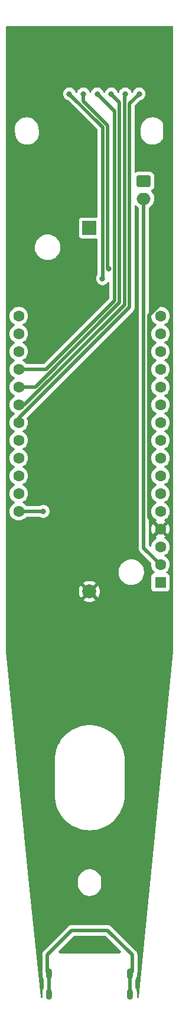
<source format=gbr>
%TF.GenerationSoftware,KiCad,Pcbnew,(6.0.4-0)*%
%TF.CreationDate,2022-12-13T14:35:05+01:00*%
%TF.ProjectId,ControllerBoard,436f6e74-726f-46c6-9c65-72426f617264,rev?*%
%TF.SameCoordinates,Original*%
%TF.FileFunction,Copper,L2,Bot*%
%TF.FilePolarity,Positive*%
%FSLAX46Y46*%
G04 Gerber Fmt 4.6, Leading zero omitted, Abs format (unit mm)*
G04 Created by KiCad (PCBNEW (6.0.4-0)) date 2022-12-13 14:35:05*
%MOMM*%
%LPD*%
G01*
G04 APERTURE LIST*
G04 Aperture macros list*
%AMRoundRect*
0 Rectangle with rounded corners*
0 $1 Rounding radius*
0 $2 $3 $4 $5 $6 $7 $8 $9 X,Y pos of 4 corners*
0 Add a 4 corners polygon primitive as box body*
4,1,4,$2,$3,$4,$5,$6,$7,$8,$9,$2,$3,0*
0 Add four circle primitives for the rounded corners*
1,1,$1+$1,$2,$3*
1,1,$1+$1,$4,$5*
1,1,$1+$1,$6,$7*
1,1,$1+$1,$8,$9*
0 Add four rect primitives between the rounded corners*
20,1,$1+$1,$2,$3,$4,$5,0*
20,1,$1+$1,$4,$5,$6,$7,0*
20,1,$1+$1,$6,$7,$8,$9,0*
20,1,$1+$1,$8,$9,$2,$3,0*%
G04 Aperture macros list end*
%TA.AperFunction,ComponentPad*%
%ADD10O,2.000000X1.700000*%
%TD*%
%TA.AperFunction,ComponentPad*%
%ADD11RoundRect,0.250000X-0.750000X0.600000X-0.750000X-0.600000X0.750000X-0.600000X0.750000X0.600000X0*%
%TD*%
%TA.AperFunction,ComponentPad*%
%ADD12R,1.600000X1.600000*%
%TD*%
%TA.AperFunction,ComponentPad*%
%ADD13C,1.600000*%
%TD*%
%TA.AperFunction,ComponentPad*%
%ADD14O,0.900000X1.500000*%
%TD*%
%TA.AperFunction,ComponentPad*%
%ADD15R,2.000000X2.000000*%
%TD*%
%TA.AperFunction,ComponentPad*%
%ADD16C,2.000000*%
%TD*%
%TA.AperFunction,ViaPad*%
%ADD17C,0.800000*%
%TD*%
%TA.AperFunction,Conductor*%
%ADD18C,0.500000*%
%TD*%
G04 APERTURE END LIST*
D10*
%TO.P,X1,2,2*%
%TO.N,3.3V*%
X118410000Y-60178000D03*
D11*
%TO.P,X1,1,1*%
%TO.N,Net-(A1-Pad19)*%
X118410000Y-57678000D03*
%TD*%
D12*
%TO.P,A1,1,~{RESET}*%
%TO.N,unconnected-(A1-Pad1)*%
X120796500Y-115062000D03*
D13*
%TO.P,A1,2,3V3*%
%TO.N,3.3V*%
X120796500Y-112522000D03*
%TO.P,A1,3,NC*%
%TO.N,unconnected-(A1-Pad3)*%
X120796500Y-109982000D03*
%TO.P,A1,4,GND*%
%TO.N,GND*%
X120796500Y-107442000D03*
%TO.P,A1,5,DAC2/A0*%
%TO.N,unconnected-(A1-Pad5)*%
X120796500Y-104902000D03*
%TO.P,A1,6,DAC1/A1*%
%TO.N,unconnected-(A1-Pad6)*%
X120796500Y-102362000D03*
%TO.P,A1,7,I34/A2*%
%TO.N,unconnected-(A1-Pad7)*%
X120796500Y-99822000D03*
%TO.P,A1,8,I39/A3*%
%TO.N,unconnected-(A1-Pad8)*%
X120796500Y-97282000D03*
%TO.P,A1,9,IO36/A4*%
%TO.N,unconnected-(A1-Pad9)*%
X120796500Y-94742000D03*
%TO.P,A1,10,IO4/A5*%
%TO.N,unconnected-(A1-Pad10)*%
X120796500Y-92202000D03*
%TO.P,A1,11,SCK/IO5*%
%TO.N,Net-(A1-Pad11)*%
X120796500Y-89662000D03*
%TO.P,A1,12,MOSI/IO18*%
%TO.N,Net-(A1-Pad12)*%
X120796500Y-87122000D03*
%TO.P,A1,13,MISO/IO19*%
%TO.N,unconnected-(A1-Pad13)*%
X120796500Y-84582000D03*
%TO.P,A1,14,RX/IO16*%
%TO.N,unconnected-(A1-Pad14)*%
X120796500Y-82042000D03*
%TO.P,A1,15,TX/IO17*%
%TO.N,unconnected-(A1-Pad15)*%
X120796500Y-79502000D03*
%TO.P,A1,16,IO21*%
%TO.N,unconnected-(A1-Pad16)*%
X120796500Y-76962000D03*
%TO.P,A1,17,SDA/IO23*%
%TO.N,Net-(A1-Pad17)*%
X100476500Y-76962000D03*
%TO.P,A1,18,SCL/IO22*%
%TO.N,Net-(A1-Pad18)*%
X100476500Y-79502000D03*
%TO.P,A1,19,A6/IO14*%
%TO.N,Net-(A1-Pad19)*%
X100476500Y-82042000D03*
%TO.P,A1,20,A7/IO32*%
%TO.N,Net-(A1-Pad20)*%
X100476500Y-84582000D03*
%TO.P,A1,21,A8/IO15*%
%TO.N,Net-(A1-Pad21)*%
X100476500Y-87122000D03*
%TO.P,A1,22,A9/IO33*%
%TO.N,Net-(A1-Pad22)*%
X100476500Y-89662000D03*
%TO.P,A1,23,A10/IO27*%
%TO.N,Net-(A1-Pad23)*%
X100476500Y-92202000D03*
%TO.P,A1,24,A11/IO12*%
%TO.N,unconnected-(A1-Pad24)*%
X100476500Y-94742000D03*
%TO.P,A1,25,A12/IO13*%
%TO.N,unconnected-(A1-Pad25)*%
X100476500Y-97282000D03*
%TO.P,A1,26,USB*%
%TO.N,Net-(A1-Pad26)*%
X100476500Y-99822000D03*
%TO.P,A1,27,EN*%
%TO.N,unconnected-(A1-Pad27)*%
X100476500Y-102362000D03*
%TO.P,A1,28,VBAT*%
%TO.N,Net-(A1-Pad28)*%
X100476500Y-104902000D03*
%TD*%
D14*
%TO.P,J2,S1,SHIELD*%
%TO.N,Net-(J2-PadS1)*%
X104850000Y-174000000D03*
%TO.P,J2,S2,SHIELD*%
X116450000Y-174000000D03*
%TO.P,J2,S3,SHIELD*%
X104850000Y-171000000D03*
%TO.P,J2,S4,SHIELD*%
X116450000Y-171000000D03*
%TD*%
D15*
%TO.P,BT1,1,+*%
%TO.N,Net-(A1-Pad28)*%
X110617000Y-64389000D03*
D16*
%TO.P,BT1,2,-*%
%TO.N,GND*%
X110617000Y-116379000D03*
%TD*%
D17*
%TO.N,GND*%
X115824000Y-161163000D03*
X106553000Y-152781000D03*
X104521000Y-146939000D03*
X120269000Y-128778000D03*
X119634000Y-119253000D03*
X105537000Y-89916000D03*
X107950000Y-91694000D03*
X113538000Y-93345000D03*
X113538000Y-98806000D03*
X109347000Y-73152000D03*
X109347000Y-67691000D03*
X110998000Y-60706000D03*
X112268000Y-83185000D03*
X106045000Y-80264000D03*
X108204000Y-95123000D03*
X108712000Y-86106000D03*
X105664000Y-93599000D03*
X107950000Y-89154000D03*
X107188000Y-97409000D03*
X104521000Y-101219000D03*
X103505000Y-99187000D03*
X102870000Y-96139000D03*
X103124000Y-91694000D03*
X119634000Y-144272000D03*
X118999000Y-151130000D03*
X106299000Y-162687000D03*
X104267000Y-161544000D03*
X104521000Y-164973000D03*
X116586000Y-153924000D03*
X112522000Y-155194000D03*
X113919000Y-156464000D03*
X113157000Y-162052000D03*
X115570000Y-163957000D03*
X116205000Y-157861000D03*
X116205000Y-149352000D03*
X114300000Y-151765000D03*
X109728000Y-152400000D03*
X106807000Y-155702000D03*
X104902000Y-150368000D03*
X104648000Y-142240000D03*
X100457000Y-133223000D03*
X100203000Y-127762000D03*
X100457000Y-123190000D03*
X100330000Y-117729000D03*
X100203000Y-112268000D03*
X100330000Y-108204000D03*
X104140000Y-110109000D03*
X104267000Y-115951000D03*
X104267000Y-120523000D03*
X104902000Y-125603000D03*
X104775000Y-130810000D03*
X105664000Y-135890000D03*
X109347000Y-134112000D03*
X119507000Y-141732000D03*
X116713000Y-145669000D03*
X116459000Y-138557000D03*
X119634000Y-137922000D03*
X120015000Y-131572000D03*
X121031000Y-123317000D03*
X116459000Y-134112000D03*
X116332000Y-124333000D03*
X116586000Y-128016000D03*
X116713000Y-120015000D03*
X114046000Y-134493000D03*
X114046000Y-129032000D03*
X114046000Y-122682000D03*
X113919000Y-117094000D03*
X111506000Y-130302000D03*
X111506000Y-124841000D03*
X111506000Y-118872000D03*
X108839000Y-131191000D03*
X108839000Y-125603000D03*
X108839000Y-120777000D03*
X106426000Y-133096000D03*
X106426000Y-127762000D03*
X106426000Y-122936000D03*
X106426000Y-118237000D03*
X106426000Y-113792000D03*
X106426000Y-107950000D03*
X108839000Y-115316000D03*
X108966000Y-111125000D03*
X108966000Y-105918000D03*
X111506000Y-113284000D03*
X111506000Y-108712000D03*
X111506000Y-103632000D03*
X116459000Y-98425000D03*
X116586000Y-93726000D03*
X116713000Y-89662000D03*
X116586000Y-106807000D03*
X116840000Y-102870000D03*
X113792000Y-110236000D03*
X113919000Y-107061000D03*
X113919000Y-101473000D03*
X113792000Y-96012000D03*
X113665000Y-91186000D03*
X113665000Y-87122000D03*
X104521000Y-36195000D03*
X110744000Y-36322000D03*
X117348000Y-36322000D03*
X121920000Y-42037000D03*
X120269000Y-53340000D03*
X117856000Y-52197000D03*
X119126000Y-47117000D03*
X103378000Y-48387000D03*
X99949000Y-42418000D03*
X100330000Y-46609000D03*
X100584000Y-53467000D03*
X100457000Y-56642000D03*
X100711000Y-62738000D03*
X102616000Y-60325000D03*
X108077000Y-48387000D03*
X107696000Y-51181000D03*
X110744000Y-51308000D03*
X110998000Y-56515000D03*
X109601000Y-59055000D03*
X107061000Y-61849000D03*
X103886000Y-64643000D03*
X107061000Y-64643000D03*
X107061000Y-68707000D03*
X103886000Y-73914000D03*
X107061000Y-73787000D03*
X107061000Y-71755000D03*
X103886000Y-71755000D03*
X103886000Y-76708000D03*
X120269000Y-64389000D03*
X120269000Y-68834000D03*
X120142000Y-73787000D03*
X117094000Y-77470000D03*
X116840000Y-81407000D03*
X115189000Y-79756000D03*
X107950000Y-77978000D03*
X103505000Y-82169000D03*
X121412000Y-47117000D03*
%TO.N,Net-(A1-Pad28)*%
X104013000Y-104902000D03*
%TO.N,Net-(A1-Pad12)*%
X112482500Y-71628000D03*
%TO.N,Net-(A1-Pad11)*%
X113371500Y-70231000D03*
%TO.N,Net-(A1-Pad12)*%
X107744000Y-45197000D03*
%TO.N,Net-(A1-Pad11)*%
X109744000Y-45197000D03*
%TO.N,Net-(A1-Pad20)*%
X111744000Y-45197000D03*
%TO.N,Net-(A1-Pad21)*%
X113744000Y-45197000D03*
%TO.N,Net-(A1-Pad22)*%
X115744000Y-45197000D03*
%TO.N,Net-(A1-Pad23)*%
X117744000Y-45197000D03*
%TO.N,GND*%
X112903000Y-166370000D03*
X107900000Y-166801000D03*
%TD*%
D18*
%TO.N,GND*%
X108839000Y-165862000D02*
X112395000Y-165862000D01*
X112395000Y-165862000D02*
X112903000Y-166370000D01*
X107900000Y-166801000D02*
X108839000Y-165862000D01*
X121412000Y-47117000D02*
X121412000Y-74579424D01*
X121412000Y-74579424D02*
X119126000Y-76865424D01*
X119126000Y-76865424D02*
X119126000Y-105771500D01*
X119126000Y-105771500D02*
X120796500Y-107442000D01*
%TO.N,Net-(A1-Pad28)*%
X104013000Y-104902000D02*
X100476500Y-104902000D01*
%TO.N,3.3V*%
X118410000Y-60178000D02*
X118410000Y-110135500D01*
X118410000Y-110135500D02*
X120796500Y-112522000D01*
%TO.N,Net-(A1-Pad22)*%
X115620021Y-75334496D02*
X101292517Y-89662000D01*
%TO.N,Net-(A1-Pad20)*%
X111744000Y-45197000D02*
X114221001Y-47674001D01*
%TO.N,Net-(A1-Pad21)*%
X113744000Y-45197000D02*
X114920511Y-46373511D01*
%TO.N,Net-(A1-Pad22)*%
X115620022Y-45320978D02*
X115620021Y-75334496D01*
%TO.N,Net-(A1-Pad21)*%
X114920511Y-75044747D02*
X102843258Y-87122000D01*
%TO.N,Net-(A1-Pad22)*%
X115744000Y-45197000D02*
X115620022Y-45320978D01*
%TO.N,Net-(A1-Pad21)*%
X102843258Y-87122000D02*
X100476500Y-87122000D01*
X114920511Y-46373511D02*
X114920511Y-75044747D01*
%TO.N,Net-(A1-Pad20)*%
X114221001Y-74754999D02*
X104394000Y-84582000D01*
%TO.N,Net-(A1-Pad22)*%
X101292517Y-89662000D02*
X100476500Y-89662000D01*
%TO.N,Net-(A1-Pad20)*%
X114221001Y-47674001D02*
X114221001Y-74754999D01*
X104394000Y-84582000D02*
X100476500Y-84582000D01*
%TO.N,Net-(A1-Pad23)*%
X117744000Y-45197000D02*
X116319532Y-46621468D01*
X116319532Y-75704468D02*
X100476500Y-91547500D01*
X116319532Y-46621468D02*
X116319532Y-75704468D01*
X100476500Y-91547500D02*
X100476500Y-92202000D01*
%TO.N,Net-(A1-Pad12)*%
X112522000Y-49975000D02*
X112522000Y-71588500D01*
X112522000Y-71588500D02*
X112482500Y-71628000D01*
X107744000Y-45197000D02*
X112522000Y-49975000D01*
%TO.N,Net-(A1-Pad11)*%
X113221511Y-70081011D02*
X113371500Y-70231000D01*
X113221511Y-49685253D02*
X113221511Y-70081011D01*
X109744000Y-45197000D02*
X109744000Y-46207742D01*
X109744000Y-46207742D02*
X113221511Y-49685253D01*
%TO.N,Net-(J2-PadS1)*%
X104609222Y-170759222D02*
X104609222Y-168313778D01*
X104609222Y-168313778D02*
X108077000Y-164846000D01*
X104850000Y-171000000D02*
X104609222Y-170759222D01*
X108077000Y-164846000D02*
X113224627Y-164846000D01*
X113224627Y-164846000D02*
X116724824Y-168346197D01*
X116724824Y-168346197D02*
X116724824Y-170725176D01*
X116724824Y-170725176D02*
X116450000Y-171000000D01*
X104850000Y-174000000D02*
X104850000Y-171000000D01*
X116450000Y-174000000D02*
X116450000Y-171000000D01*
%TD*%
%TA.AperFunction,Conductor*%
%TO.N,GND*%
G36*
X122583621Y-35528502D02*
G01*
X122630114Y-35582158D01*
X122641500Y-35634500D01*
X122641500Y-124968348D01*
X122640875Y-124980885D01*
X117701159Y-174378037D01*
X117674478Y-174443830D01*
X117616462Y-174484753D01*
X117575784Y-174491500D01*
X117534500Y-174491500D01*
X117466379Y-174471498D01*
X117419886Y-174417842D01*
X117408500Y-174365500D01*
X117408500Y-173651337D01*
X117393765Y-173506273D01*
X117376111Y-173449939D01*
X117337444Y-173326549D01*
X117337442Y-173326544D01*
X117335535Y-173320459D01*
X117241130Y-173150150D01*
X117236979Y-173145307D01*
X117233334Y-173140063D01*
X117234983Y-173138917D01*
X117209688Y-173082732D01*
X117208500Y-173065471D01*
X117208500Y-171927591D01*
X117231287Y-171855321D01*
X117287349Y-171775256D01*
X117287352Y-171775250D01*
X117291011Y-171770025D01*
X117368345Y-171591316D01*
X117387460Y-171499818D01*
X117407176Y-171405443D01*
X117407177Y-171405438D01*
X117408165Y-171400707D01*
X117408500Y-171394315D01*
X117408500Y-171084527D01*
X117422283Y-171027226D01*
X117437264Y-170997887D01*
X117440593Y-170991368D01*
X117442332Y-170984260D01*
X117444428Y-170978625D01*
X117446347Y-170972855D01*
X117449446Y-170966226D01*
X117455962Y-170934903D01*
X117464314Y-170894747D01*
X117465285Y-170890458D01*
X117479121Y-170833914D01*
X117482632Y-170819566D01*
X117483324Y-170808412D01*
X117483359Y-170808414D01*
X117483599Y-170804442D01*
X117483976Y-170800221D01*
X117485465Y-170793061D01*
X117483370Y-170715634D01*
X117483324Y-170712226D01*
X117483324Y-168413267D01*
X117484757Y-168394317D01*
X117486923Y-168380082D01*
X117486923Y-168380078D01*
X117488023Y-168372848D01*
X117483739Y-168320179D01*
X117483324Y-168309964D01*
X117483324Y-168301904D01*
X117480035Y-168273690D01*
X117479602Y-168269315D01*
X117474278Y-168203858D01*
X117474277Y-168203855D01*
X117473684Y-168196560D01*
X117471428Y-168189596D01*
X117470237Y-168183637D01*
X117468853Y-168177782D01*
X117468006Y-168170516D01*
X117443089Y-168101870D01*
X117441672Y-168097742D01*
X117421431Y-168035261D01*
X117421430Y-168035259D01*
X117419175Y-168028298D01*
X117415379Y-168022043D01*
X117412873Y-168016569D01*
X117410154Y-168011139D01*
X117407657Y-168004260D01*
X117367638Y-167943221D01*
X117365291Y-167939502D01*
X117327419Y-167877090D01*
X117320021Y-167868713D01*
X117320048Y-167868689D01*
X117317395Y-167865697D01*
X117314692Y-167862464D01*
X117310680Y-167856345D01*
X117254434Y-167803062D01*
X117251999Y-167800691D01*
X113808397Y-164357089D01*
X113796011Y-164342677D01*
X113787478Y-164331082D01*
X113787473Y-164331077D01*
X113783135Y-164325182D01*
X113777557Y-164320443D01*
X113777554Y-164320440D01*
X113742859Y-164290965D01*
X113735343Y-164284035D01*
X113729648Y-164278340D01*
X113713363Y-164265456D01*
X113707376Y-164260719D01*
X113703972Y-164257928D01*
X113653924Y-164215409D01*
X113653922Y-164215408D01*
X113648342Y-164210667D01*
X113641826Y-164207339D01*
X113636777Y-164203972D01*
X113631648Y-164200805D01*
X113625911Y-164196266D01*
X113559752Y-164165345D01*
X113555852Y-164163439D01*
X113490819Y-164130231D01*
X113483711Y-164128492D01*
X113478068Y-164126393D01*
X113472305Y-164124476D01*
X113465677Y-164121378D01*
X113394210Y-164106513D01*
X113389926Y-164105543D01*
X113319017Y-164088192D01*
X113313415Y-164087844D01*
X113313412Y-164087844D01*
X113307863Y-164087500D01*
X113307865Y-164087464D01*
X113303872Y-164087225D01*
X113299680Y-164086851D01*
X113292512Y-164085360D01*
X113228747Y-164087085D01*
X113215106Y-164087454D01*
X113211699Y-164087500D01*
X108144070Y-164087500D01*
X108125120Y-164086067D01*
X108110885Y-164083901D01*
X108110881Y-164083901D01*
X108103651Y-164082801D01*
X108096359Y-164083394D01*
X108096356Y-164083394D01*
X108050982Y-164087085D01*
X108040767Y-164087500D01*
X108032707Y-164087500D01*
X108029073Y-164087924D01*
X108029067Y-164087924D01*
X108016042Y-164089443D01*
X108004480Y-164090791D01*
X108000132Y-164091221D01*
X107978059Y-164093016D01*
X107934662Y-164096546D01*
X107934659Y-164096547D01*
X107927364Y-164097140D01*
X107920400Y-164099396D01*
X107914461Y-164100583D01*
X107908590Y-164101970D01*
X107901319Y-164102818D01*
X107894443Y-164105314D01*
X107894434Y-164105316D01*
X107832702Y-164127725D01*
X107828598Y-164129135D01*
X107759101Y-164151648D01*
X107752846Y-164155444D01*
X107747387Y-164157943D01*
X107741939Y-164160671D01*
X107735063Y-164163167D01*
X107674010Y-164203195D01*
X107670327Y-164205519D01*
X107612686Y-164240496D01*
X107612682Y-164240499D01*
X107607893Y-164243405D01*
X107603694Y-164247114D01*
X107603689Y-164247117D01*
X107599516Y-164250803D01*
X107599492Y-164250776D01*
X107596500Y-164253429D01*
X107593267Y-164256132D01*
X107587148Y-164260144D01*
X107557951Y-164290965D01*
X107533872Y-164316383D01*
X107531494Y-164318825D01*
X104120311Y-167730008D01*
X104105899Y-167742394D01*
X104094304Y-167750927D01*
X104094299Y-167750932D01*
X104088404Y-167755270D01*
X104083665Y-167760848D01*
X104083662Y-167760851D01*
X104054187Y-167795546D01*
X104047257Y-167803062D01*
X104041562Y-167808757D01*
X104039282Y-167811639D01*
X104023941Y-167831029D01*
X104021150Y-167834433D01*
X103992027Y-167868713D01*
X103973889Y-167890063D01*
X103970561Y-167896579D01*
X103967194Y-167901628D01*
X103964027Y-167906757D01*
X103959488Y-167912494D01*
X103928577Y-167978633D01*
X103926664Y-167982547D01*
X103893453Y-168047586D01*
X103891714Y-168054694D01*
X103889615Y-168060337D01*
X103887698Y-168066100D01*
X103884600Y-168072728D01*
X103883110Y-168079890D01*
X103883110Y-168079891D01*
X103869736Y-168144190D01*
X103868766Y-168148474D01*
X103851414Y-168219388D01*
X103850722Y-168230542D01*
X103850686Y-168230540D01*
X103850447Y-168234533D01*
X103850073Y-168238725D01*
X103848582Y-168245893D01*
X103848780Y-168253210D01*
X103850676Y-168323299D01*
X103850722Y-168326706D01*
X103850722Y-170692152D01*
X103849289Y-170711102D01*
X103848600Y-170715634D01*
X103846023Y-170732571D01*
X103846616Y-170739863D01*
X103846616Y-170739866D01*
X103850307Y-170785240D01*
X103850722Y-170795455D01*
X103850722Y-170803515D01*
X103851147Y-170807159D01*
X103854011Y-170831729D01*
X103854444Y-170836104D01*
X103859041Y-170892613D01*
X103860362Y-170908859D01*
X103862617Y-170915820D01*
X103863803Y-170921755D01*
X103865192Y-170927632D01*
X103866040Y-170934903D01*
X103868538Y-170941784D01*
X103883939Y-170984213D01*
X103891500Y-171027205D01*
X103891500Y-171348663D01*
X103906235Y-171493727D01*
X103908144Y-171499818D01*
X103962556Y-171673451D01*
X103962558Y-171673456D01*
X103964465Y-171679541D01*
X104058870Y-171849850D01*
X104063021Y-171854693D01*
X104066666Y-171859937D01*
X104065017Y-171861083D01*
X104090312Y-171917268D01*
X104091500Y-171934529D01*
X104091500Y-173072409D01*
X104068713Y-173144679D01*
X104012651Y-173224744D01*
X104012648Y-173224750D01*
X104008989Y-173229975D01*
X103931655Y-173408684D01*
X103930350Y-173414931D01*
X103930349Y-173414934D01*
X103911268Y-173506273D01*
X103891835Y-173599293D01*
X103891500Y-173605685D01*
X103891500Y-174348663D01*
X103891917Y-174352765D01*
X103891880Y-174352963D01*
X103891984Y-174355022D01*
X103891491Y-174355047D01*
X103878903Y-174422557D01*
X103830222Y-174474235D01*
X103766562Y-174491500D01*
X103724215Y-174491500D01*
X103656094Y-174471498D01*
X103609601Y-174417842D01*
X103598840Y-174378037D01*
X101985408Y-158243724D01*
X108986309Y-158243724D01*
X108987130Y-158250000D01*
X108986849Y-158250000D01*
X109005425Y-158497880D01*
X109060738Y-158740222D01*
X109151553Y-158971614D01*
X109275840Y-159186886D01*
X109430824Y-159381230D01*
X109613042Y-159550304D01*
X109818425Y-159690331D01*
X109822674Y-159692377D01*
X109822677Y-159692379D01*
X109943719Y-159750670D01*
X110042383Y-159798184D01*
X110046885Y-159799573D01*
X110046891Y-159799575D01*
X110182306Y-159841344D01*
X110279914Y-159871452D01*
X110284564Y-159872153D01*
X110284569Y-159872154D01*
X110389473Y-159887965D01*
X110525713Y-159908500D01*
X110774287Y-159908500D01*
X110910527Y-159887965D01*
X111015431Y-159872154D01*
X111015436Y-159872153D01*
X111020086Y-159871452D01*
X111257617Y-159798184D01*
X111481576Y-159690331D01*
X111485478Y-159687671D01*
X111683056Y-159552965D01*
X111683062Y-159552960D01*
X111686958Y-159550304D01*
X111869176Y-159381230D01*
X112024160Y-159186886D01*
X112148447Y-158971614D01*
X112239262Y-158740222D01*
X112294575Y-158497880D01*
X112310681Y-158282956D01*
X112312076Y-158271465D01*
X112312768Y-158267355D01*
X112312768Y-158267352D01*
X112313576Y-158262552D01*
X112313729Y-158250000D01*
X112309773Y-158222376D01*
X112308500Y-158204514D01*
X112308500Y-157803250D01*
X112310246Y-157782345D01*
X112312770Y-157767344D01*
X112312770Y-157767341D01*
X112313576Y-157762552D01*
X112313729Y-157750000D01*
X112313039Y-157745180D01*
X112313010Y-157744735D01*
X112312200Y-157737308D01*
X112311744Y-157731215D01*
X112294575Y-157502120D01*
X112239262Y-157259778D01*
X112148447Y-157028386D01*
X112024160Y-156813114D01*
X111869176Y-156618770D01*
X111686958Y-156449696D01*
X111683062Y-156447040D01*
X111683056Y-156447035D01*
X111485472Y-156312325D01*
X111485470Y-156312324D01*
X111481576Y-156309669D01*
X111257617Y-156201816D01*
X111020086Y-156128548D01*
X111015436Y-156127847D01*
X111015431Y-156127846D01*
X110910527Y-156112035D01*
X110774287Y-156091500D01*
X110525713Y-156091500D01*
X110389473Y-156112035D01*
X110284569Y-156127846D01*
X110284564Y-156127847D01*
X110279914Y-156128548D01*
X110182306Y-156158656D01*
X110046891Y-156200425D01*
X110046885Y-156200427D01*
X110042383Y-156201816D01*
X109943719Y-156249330D01*
X109822677Y-156307621D01*
X109822674Y-156307623D01*
X109818425Y-156309669D01*
X109613042Y-156449696D01*
X109430824Y-156618770D01*
X109275840Y-156813114D01*
X109151553Y-157028386D01*
X109060738Y-157259778D01*
X109005425Y-157502120D01*
X109005073Y-157506820D01*
X109005072Y-157506825D01*
X108988632Y-157726215D01*
X108987764Y-157733753D01*
X108987835Y-157733927D01*
X108986309Y-157743724D01*
X108986951Y-157748636D01*
X108986849Y-157750000D01*
X108987130Y-157750000D01*
X108988325Y-157759139D01*
X108988325Y-157759140D01*
X108990436Y-157775283D01*
X108991500Y-157791620D01*
X108991500Y-158200633D01*
X108990000Y-158220018D01*
X108987690Y-158234851D01*
X108987690Y-158234855D01*
X108986309Y-158243724D01*
X101985408Y-158243724D01*
X100710408Y-145493724D01*
X105636309Y-145493724D01*
X105637130Y-145500000D01*
X105636728Y-145500000D01*
X105637064Y-145507697D01*
X105653810Y-145891235D01*
X105655805Y-145936935D01*
X105712891Y-146370546D01*
X105807551Y-146797530D01*
X105939065Y-147214640D01*
X106106433Y-147618700D01*
X106308379Y-148006636D01*
X106543368Y-148375495D01*
X106545032Y-148377663D01*
X106545040Y-148377675D01*
X106807929Y-148720277D01*
X106809611Y-148722469D01*
X106811469Y-148724497D01*
X106811476Y-148724505D01*
X107082420Y-149020189D01*
X107105081Y-149044919D01*
X107107101Y-149046770D01*
X107425495Y-149338524D01*
X107425503Y-149338531D01*
X107427531Y-149340389D01*
X107429723Y-149342071D01*
X107772325Y-149604960D01*
X107772337Y-149604968D01*
X107774505Y-149606632D01*
X108143364Y-149841621D01*
X108531300Y-150043567D01*
X108935360Y-150210935D01*
X108937980Y-150211761D01*
X108937988Y-150211764D01*
X109349840Y-150341620D01*
X109349845Y-150341621D01*
X109352470Y-150342449D01*
X109779454Y-150437109D01*
X109782173Y-150437467D01*
X109782179Y-150437468D01*
X109944621Y-150458854D01*
X110213065Y-150494195D01*
X110215814Y-150494315D01*
X110215825Y-150494316D01*
X110647252Y-150513152D01*
X110650000Y-150513272D01*
X110652748Y-150513152D01*
X111084175Y-150494316D01*
X111084186Y-150494315D01*
X111086935Y-150494195D01*
X111355379Y-150458854D01*
X111517821Y-150437468D01*
X111517827Y-150437467D01*
X111520546Y-150437109D01*
X111947530Y-150342449D01*
X111950155Y-150341621D01*
X111950160Y-150341620D01*
X112362012Y-150211764D01*
X112362020Y-150211761D01*
X112364640Y-150210935D01*
X112768700Y-150043567D01*
X113156636Y-149841621D01*
X113525495Y-149606632D01*
X113527663Y-149604968D01*
X113527675Y-149604960D01*
X113870277Y-149342071D01*
X113872469Y-149340389D01*
X113874497Y-149338531D01*
X113874505Y-149338524D01*
X114192899Y-149046770D01*
X114194919Y-149044919D01*
X114217580Y-149020189D01*
X114488524Y-148724505D01*
X114488531Y-148724497D01*
X114490389Y-148722469D01*
X114492071Y-148720277D01*
X114754960Y-148377675D01*
X114754968Y-148377663D01*
X114756632Y-148375495D01*
X114991621Y-148006636D01*
X115193567Y-147618700D01*
X115360935Y-147214640D01*
X115492449Y-146797530D01*
X115587109Y-146370546D01*
X115644195Y-145936935D01*
X115646191Y-145891235D01*
X115662147Y-145525763D01*
X115662531Y-145520004D01*
X115662770Y-145517344D01*
X115663576Y-145512552D01*
X115663729Y-145500000D01*
X115659773Y-145472376D01*
X115658500Y-145454514D01*
X115658500Y-140553250D01*
X115660246Y-140532345D01*
X115662770Y-140517344D01*
X115662770Y-140517341D01*
X115663576Y-140512552D01*
X115663729Y-140500000D01*
X115663081Y-140495474D01*
X115663049Y-140494879D01*
X115644316Y-140065825D01*
X115644315Y-140065814D01*
X115644195Y-140063065D01*
X115587109Y-139629454D01*
X115492449Y-139202470D01*
X115360935Y-138785360D01*
X115193567Y-138381300D01*
X114991621Y-137993364D01*
X114756632Y-137624505D01*
X114754968Y-137622337D01*
X114754960Y-137622325D01*
X114492071Y-137279723D01*
X114490389Y-137277531D01*
X114488531Y-137275503D01*
X114488524Y-137275495D01*
X114196770Y-136957101D01*
X114194919Y-136955081D01*
X113895127Y-136680373D01*
X113874505Y-136661476D01*
X113874497Y-136661469D01*
X113872469Y-136659611D01*
X113675538Y-136508500D01*
X113527675Y-136395040D01*
X113527663Y-136395032D01*
X113525495Y-136393368D01*
X113156636Y-136158379D01*
X112768700Y-135956433D01*
X112364640Y-135789065D01*
X112362020Y-135788239D01*
X112362012Y-135788236D01*
X111950160Y-135658380D01*
X111950155Y-135658379D01*
X111947530Y-135657551D01*
X111520546Y-135562891D01*
X111517827Y-135562533D01*
X111517821Y-135562532D01*
X111355379Y-135541146D01*
X111086935Y-135505805D01*
X111084186Y-135505685D01*
X111084175Y-135505684D01*
X110652748Y-135486848D01*
X110650000Y-135486728D01*
X110647252Y-135486848D01*
X110215825Y-135505684D01*
X110215814Y-135505685D01*
X110213065Y-135505805D01*
X109944621Y-135541146D01*
X109782179Y-135562532D01*
X109782173Y-135562533D01*
X109779454Y-135562891D01*
X109352470Y-135657551D01*
X109349845Y-135658379D01*
X109349840Y-135658380D01*
X108937988Y-135788236D01*
X108937980Y-135788239D01*
X108935360Y-135789065D01*
X108531300Y-135956433D01*
X108143364Y-136158379D01*
X107774505Y-136393368D01*
X107772337Y-136395032D01*
X107772325Y-136395040D01*
X107624462Y-136508500D01*
X107427531Y-136659611D01*
X107425503Y-136661469D01*
X107425495Y-136661476D01*
X107404873Y-136680373D01*
X107105081Y-136955081D01*
X107103230Y-136957101D01*
X106811476Y-137275495D01*
X106811469Y-137275503D01*
X106809611Y-137277531D01*
X106807929Y-137279723D01*
X106545040Y-137622325D01*
X106545032Y-137622337D01*
X106543368Y-137624505D01*
X106308379Y-137993364D01*
X106106433Y-138381300D01*
X105939065Y-138785360D01*
X105807551Y-139202470D01*
X105712891Y-139629454D01*
X105655805Y-140063065D01*
X105655685Y-140065814D01*
X105655684Y-140065825D01*
X105642756Y-140361934D01*
X105637272Y-140487539D01*
X105636309Y-140493724D01*
X105636829Y-140497697D01*
X105636728Y-140500000D01*
X105637130Y-140500000D01*
X105637646Y-140503947D01*
X105637646Y-140503949D01*
X105640436Y-140525283D01*
X105641500Y-140541620D01*
X105641500Y-145450633D01*
X105640000Y-145470018D01*
X105636309Y-145493724D01*
X100710408Y-145493724D01*
X98659125Y-124980891D01*
X98658500Y-124968354D01*
X98658500Y-117611670D01*
X109749160Y-117611670D01*
X109754887Y-117619320D01*
X109926042Y-117724205D01*
X109934837Y-117728687D01*
X110144988Y-117815734D01*
X110154373Y-117818783D01*
X110375554Y-117871885D01*
X110385301Y-117873428D01*
X110612070Y-117891275D01*
X110621930Y-117891275D01*
X110848699Y-117873428D01*
X110858446Y-117871885D01*
X111079627Y-117818783D01*
X111089012Y-117815734D01*
X111299163Y-117728687D01*
X111307958Y-117724205D01*
X111475445Y-117621568D01*
X111484907Y-117611110D01*
X111481124Y-117602334D01*
X110629812Y-116751022D01*
X110615868Y-116743408D01*
X110614035Y-116743539D01*
X110607420Y-116747790D01*
X109755920Y-117599290D01*
X109749160Y-117611670D01*
X98658500Y-117611670D01*
X98658500Y-116383930D01*
X109104725Y-116383930D01*
X109122572Y-116610699D01*
X109124115Y-116620446D01*
X109177217Y-116841627D01*
X109180266Y-116851012D01*
X109267313Y-117061163D01*
X109271795Y-117069958D01*
X109374432Y-117237445D01*
X109384890Y-117246907D01*
X109393666Y-117243124D01*
X110244978Y-116391812D01*
X110251356Y-116380132D01*
X110981408Y-116380132D01*
X110981539Y-116381965D01*
X110985790Y-116388580D01*
X111837290Y-117240080D01*
X111849670Y-117246840D01*
X111857320Y-117241113D01*
X111962205Y-117069958D01*
X111966687Y-117061163D01*
X112053734Y-116851012D01*
X112056783Y-116841627D01*
X112109885Y-116620446D01*
X112111428Y-116610699D01*
X112129275Y-116383930D01*
X112129275Y-116374070D01*
X112111428Y-116147301D01*
X112109885Y-116137554D01*
X112056783Y-115916373D01*
X112053734Y-115906988D01*
X111966687Y-115696837D01*
X111962205Y-115688042D01*
X111859568Y-115520555D01*
X111849110Y-115511093D01*
X111840334Y-115514876D01*
X110989022Y-116366188D01*
X110981408Y-116380132D01*
X110251356Y-116380132D01*
X110252592Y-116377868D01*
X110252461Y-116376035D01*
X110248210Y-116369420D01*
X109396710Y-115517920D01*
X109384330Y-115511160D01*
X109376680Y-115516887D01*
X109271795Y-115688042D01*
X109267313Y-115696837D01*
X109180266Y-115906988D01*
X109177217Y-115916373D01*
X109124115Y-116137554D01*
X109122572Y-116147301D01*
X109104725Y-116374070D01*
X109104725Y-116383930D01*
X98658500Y-116383930D01*
X98658500Y-115146890D01*
X109749093Y-115146890D01*
X109752876Y-115155666D01*
X110604188Y-116006978D01*
X110618132Y-116014592D01*
X110619965Y-116014461D01*
X110626580Y-116010210D01*
X111478080Y-115158710D01*
X111484840Y-115146330D01*
X111479113Y-115138680D01*
X111307958Y-115033795D01*
X111299163Y-115029313D01*
X111089012Y-114942266D01*
X111079627Y-114939217D01*
X110858446Y-114886115D01*
X110848699Y-114884572D01*
X110621930Y-114866725D01*
X110612070Y-114866725D01*
X110385301Y-114884572D01*
X110375554Y-114886115D01*
X110154373Y-114939217D01*
X110144988Y-114942266D01*
X109934837Y-115029313D01*
X109926042Y-115033795D01*
X109758555Y-115136432D01*
X109749093Y-115146890D01*
X98658500Y-115146890D01*
X98658500Y-113730940D01*
X114781793Y-113730940D01*
X114818442Y-114000232D01*
X114819751Y-114004722D01*
X114819752Y-114004728D01*
X114822832Y-114015295D01*
X114894493Y-114261150D01*
X115008274Y-114507960D01*
X115010837Y-114511869D01*
X115154720Y-114731328D01*
X115154724Y-114731333D01*
X115157286Y-114735241D01*
X115338256Y-114938001D01*
X115547207Y-115111784D01*
X115596120Y-115141465D01*
X115775554Y-115250349D01*
X115775559Y-115250351D01*
X115779551Y-115252774D01*
X116030182Y-115357872D01*
X116293594Y-115424770D01*
X116519322Y-115447500D01*
X116680991Y-115447500D01*
X116683316Y-115447327D01*
X116683322Y-115447327D01*
X116878375Y-115432832D01*
X116878379Y-115432831D01*
X116883027Y-115432486D01*
X117148101Y-115372506D01*
X117182773Y-115359023D01*
X117397044Y-115275698D01*
X117397046Y-115275697D01*
X117401397Y-115274005D01*
X117435379Y-115254583D01*
X117608447Y-115155666D01*
X117637351Y-115139146D01*
X117850780Y-114970892D01*
X118036996Y-114772939D01*
X118039662Y-114769096D01*
X118189244Y-114553474D01*
X118189247Y-114553469D01*
X118191906Y-114549636D01*
X118210531Y-114511869D01*
X118310044Y-114310077D01*
X118310045Y-114310074D01*
X118312109Y-114305889D01*
X118394964Y-114047052D01*
X118433344Y-113811385D01*
X118437898Y-113783424D01*
X118437898Y-113783421D01*
X118438649Y-113778811D01*
X118442207Y-113507060D01*
X118405558Y-113237768D01*
X118389670Y-113183257D01*
X118371856Y-113122143D01*
X118329507Y-112976850D01*
X118215726Y-112730040D01*
X118079329Y-112522000D01*
X118069280Y-112506672D01*
X118069276Y-112506667D01*
X118066714Y-112502759D01*
X117938482Y-112359087D01*
X117888861Y-112303491D01*
X117888859Y-112303489D01*
X117885744Y-112299999D01*
X117676793Y-112126216D01*
X117560621Y-112055721D01*
X117448446Y-111987651D01*
X117448441Y-111987649D01*
X117444449Y-111985226D01*
X117193818Y-111880128D01*
X116930406Y-111813230D01*
X116704678Y-111790500D01*
X116543009Y-111790500D01*
X116540684Y-111790673D01*
X116540678Y-111790673D01*
X116345625Y-111805168D01*
X116345621Y-111805169D01*
X116340973Y-111805514D01*
X116075899Y-111865494D01*
X116071547Y-111867186D01*
X116071545Y-111867187D01*
X115826956Y-111962302D01*
X115826954Y-111962303D01*
X115822603Y-111963995D01*
X115818549Y-111966312D01*
X115818547Y-111966313D01*
X115734859Y-112014145D01*
X115586649Y-112098854D01*
X115373220Y-112267108D01*
X115187004Y-112465061D01*
X115184338Y-112468904D01*
X115034756Y-112684526D01*
X115034753Y-112684531D01*
X115032094Y-112688364D01*
X115030028Y-112692553D01*
X115030027Y-112692555D01*
X115001656Y-112750087D01*
X114911891Y-112932111D01*
X114829036Y-113190948D01*
X114785351Y-113459189D01*
X114784365Y-113534511D01*
X114781936Y-113720049D01*
X114781793Y-113730940D01*
X98658500Y-113730940D01*
X98658500Y-104902000D01*
X99163002Y-104902000D01*
X99182957Y-105130087D01*
X99184381Y-105135400D01*
X99184381Y-105135402D01*
X99219716Y-105267271D01*
X99242216Y-105351243D01*
X99244539Y-105356224D01*
X99244539Y-105356225D01*
X99336651Y-105553762D01*
X99336654Y-105553767D01*
X99338977Y-105558749D01*
X99410224Y-105660500D01*
X99434944Y-105695803D01*
X99470302Y-105746300D01*
X99632200Y-105908198D01*
X99636708Y-105911355D01*
X99636711Y-105911357D01*
X99714889Y-105966098D01*
X99819751Y-106039523D01*
X99824733Y-106041846D01*
X99824738Y-106041849D01*
X100022275Y-106133961D01*
X100027257Y-106136284D01*
X100032565Y-106137706D01*
X100032567Y-106137707D01*
X100243098Y-106194119D01*
X100243100Y-106194119D01*
X100248413Y-106195543D01*
X100476500Y-106215498D01*
X100704587Y-106195543D01*
X100709900Y-106194119D01*
X100709902Y-106194119D01*
X100920433Y-106137707D01*
X100920435Y-106137706D01*
X100925743Y-106136284D01*
X100930725Y-106133961D01*
X101128262Y-106041849D01*
X101128267Y-106041846D01*
X101133249Y-106039523D01*
X101238111Y-105966098D01*
X101316289Y-105911357D01*
X101316292Y-105911355D01*
X101320800Y-105908198D01*
X101482698Y-105746300D01*
X101505155Y-105714229D01*
X101560610Y-105669901D01*
X101608367Y-105660500D01*
X103470413Y-105660500D01*
X103544472Y-105684563D01*
X103550902Y-105689235D01*
X103550909Y-105689239D01*
X103556248Y-105693118D01*
X103562276Y-105695802D01*
X103562278Y-105695803D01*
X103675697Y-105746300D01*
X103730712Y-105770794D01*
X103824112Y-105790647D01*
X103911056Y-105809128D01*
X103911061Y-105809128D01*
X103917513Y-105810500D01*
X104108487Y-105810500D01*
X104114939Y-105809128D01*
X104114944Y-105809128D01*
X104201887Y-105790647D01*
X104295288Y-105770794D01*
X104350303Y-105746300D01*
X104463722Y-105695803D01*
X104463724Y-105695802D01*
X104469752Y-105693118D01*
X104475097Y-105689235D01*
X104525157Y-105652864D01*
X104624253Y-105580866D01*
X104752040Y-105438944D01*
X104847527Y-105273556D01*
X104906542Y-105091928D01*
X104926504Y-104902000D01*
X104906542Y-104712072D01*
X104847527Y-104530444D01*
X104752040Y-104365056D01*
X104624253Y-104223134D01*
X104514647Y-104143500D01*
X104475094Y-104114763D01*
X104475093Y-104114762D01*
X104469752Y-104110882D01*
X104463724Y-104108198D01*
X104463722Y-104108197D01*
X104301319Y-104035891D01*
X104301318Y-104035891D01*
X104295288Y-104033206D01*
X104201887Y-104013353D01*
X104114944Y-103994872D01*
X104114939Y-103994872D01*
X104108487Y-103993500D01*
X103917513Y-103993500D01*
X103911061Y-103994872D01*
X103911056Y-103994872D01*
X103824112Y-104013353D01*
X103730712Y-104033206D01*
X103724682Y-104035891D01*
X103724681Y-104035891D01*
X103562278Y-104108197D01*
X103562276Y-104108198D01*
X103556248Y-104110882D01*
X103550909Y-104114761D01*
X103550902Y-104114765D01*
X103544472Y-104119437D01*
X103470413Y-104143500D01*
X101608367Y-104143500D01*
X101540246Y-104123498D01*
X101505155Y-104089772D01*
X101482698Y-104057700D01*
X101320800Y-103895802D01*
X101316292Y-103892645D01*
X101316289Y-103892643D01*
X101238111Y-103837902D01*
X101133249Y-103764477D01*
X101128267Y-103762154D01*
X101128262Y-103762151D01*
X101094043Y-103746195D01*
X101040758Y-103699278D01*
X101021297Y-103631001D01*
X101041839Y-103563041D01*
X101094043Y-103517805D01*
X101128262Y-103501849D01*
X101128267Y-103501846D01*
X101133249Y-103499523D01*
X101238111Y-103426098D01*
X101316289Y-103371357D01*
X101316292Y-103371355D01*
X101320800Y-103368198D01*
X101482698Y-103206300D01*
X101614023Y-103018749D01*
X101616346Y-103013767D01*
X101616349Y-103013762D01*
X101708461Y-102816225D01*
X101708461Y-102816224D01*
X101710784Y-102811243D01*
X101770043Y-102590087D01*
X101789998Y-102362000D01*
X101770043Y-102133913D01*
X101710784Y-101912757D01*
X101708461Y-101907775D01*
X101616349Y-101710238D01*
X101616346Y-101710233D01*
X101614023Y-101705251D01*
X101482698Y-101517700D01*
X101320800Y-101355802D01*
X101316292Y-101352645D01*
X101316289Y-101352643D01*
X101238111Y-101297902D01*
X101133249Y-101224477D01*
X101128267Y-101222154D01*
X101128262Y-101222151D01*
X101094043Y-101206195D01*
X101040758Y-101159278D01*
X101021297Y-101091001D01*
X101041839Y-101023041D01*
X101094043Y-100977805D01*
X101128262Y-100961849D01*
X101128267Y-100961846D01*
X101133249Y-100959523D01*
X101238111Y-100886098D01*
X101316289Y-100831357D01*
X101316292Y-100831355D01*
X101320800Y-100828198D01*
X101482698Y-100666300D01*
X101614023Y-100478749D01*
X101616346Y-100473767D01*
X101616349Y-100473762D01*
X101708461Y-100276225D01*
X101708461Y-100276224D01*
X101710784Y-100271243D01*
X101770043Y-100050087D01*
X101789998Y-99822000D01*
X101770043Y-99593913D01*
X101710784Y-99372757D01*
X101708461Y-99367775D01*
X101616349Y-99170238D01*
X101616346Y-99170233D01*
X101614023Y-99165251D01*
X101482698Y-98977700D01*
X101320800Y-98815802D01*
X101316292Y-98812645D01*
X101316289Y-98812643D01*
X101238111Y-98757902D01*
X101133249Y-98684477D01*
X101128267Y-98682154D01*
X101128262Y-98682151D01*
X101094043Y-98666195D01*
X101040758Y-98619278D01*
X101021297Y-98551001D01*
X101041839Y-98483041D01*
X101094043Y-98437805D01*
X101128262Y-98421849D01*
X101128267Y-98421846D01*
X101133249Y-98419523D01*
X101238111Y-98346098D01*
X101316289Y-98291357D01*
X101316292Y-98291355D01*
X101320800Y-98288198D01*
X101482698Y-98126300D01*
X101614023Y-97938749D01*
X101616346Y-97933767D01*
X101616349Y-97933762D01*
X101708461Y-97736225D01*
X101708461Y-97736224D01*
X101710784Y-97731243D01*
X101770043Y-97510087D01*
X101789998Y-97282000D01*
X101770043Y-97053913D01*
X101710784Y-96832757D01*
X101708461Y-96827775D01*
X101616349Y-96630238D01*
X101616346Y-96630233D01*
X101614023Y-96625251D01*
X101482698Y-96437700D01*
X101320800Y-96275802D01*
X101316292Y-96272645D01*
X101316289Y-96272643D01*
X101238111Y-96217902D01*
X101133249Y-96144477D01*
X101128267Y-96142154D01*
X101128262Y-96142151D01*
X101094043Y-96126195D01*
X101040758Y-96079278D01*
X101021297Y-96011001D01*
X101041839Y-95943041D01*
X101094043Y-95897805D01*
X101128262Y-95881849D01*
X101128267Y-95881846D01*
X101133249Y-95879523D01*
X101238111Y-95806098D01*
X101316289Y-95751357D01*
X101316292Y-95751355D01*
X101320800Y-95748198D01*
X101482698Y-95586300D01*
X101614023Y-95398749D01*
X101616346Y-95393767D01*
X101616349Y-95393762D01*
X101708461Y-95196225D01*
X101708461Y-95196224D01*
X101710784Y-95191243D01*
X101770043Y-94970087D01*
X101789998Y-94742000D01*
X101770043Y-94513913D01*
X101710784Y-94292757D01*
X101708461Y-94287775D01*
X101616349Y-94090238D01*
X101616346Y-94090233D01*
X101614023Y-94085251D01*
X101482698Y-93897700D01*
X101320800Y-93735802D01*
X101316292Y-93732645D01*
X101316289Y-93732643D01*
X101238111Y-93677902D01*
X101133249Y-93604477D01*
X101128267Y-93602154D01*
X101128262Y-93602151D01*
X101094043Y-93586195D01*
X101040758Y-93539278D01*
X101021297Y-93471001D01*
X101041839Y-93403041D01*
X101094043Y-93357805D01*
X101128262Y-93341849D01*
X101128267Y-93341846D01*
X101133249Y-93339523D01*
X101238111Y-93266098D01*
X101316289Y-93211357D01*
X101316292Y-93211355D01*
X101320800Y-93208198D01*
X101482698Y-93046300D01*
X101614023Y-92858749D01*
X101616346Y-92853767D01*
X101616349Y-92853762D01*
X101708461Y-92656225D01*
X101708461Y-92656224D01*
X101710784Y-92651243D01*
X101770043Y-92430087D01*
X101789998Y-92202000D01*
X101770043Y-91973913D01*
X101710784Y-91752757D01*
X101631403Y-91582523D01*
X101620742Y-91512331D01*
X101649722Y-91447518D01*
X101656503Y-91440178D01*
X116808443Y-76288238D01*
X116822855Y-76275852D01*
X116834450Y-76267319D01*
X116834455Y-76267314D01*
X116840350Y-76262976D01*
X116845089Y-76257398D01*
X116845092Y-76257395D01*
X116874567Y-76222700D01*
X116881497Y-76215184D01*
X116887193Y-76209488D01*
X116889456Y-76206627D01*
X116889461Y-76206622D01*
X116904825Y-76187202D01*
X116907614Y-76183801D01*
X116909275Y-76181846D01*
X116954865Y-76128183D01*
X116958191Y-76121670D01*
X116961552Y-76116631D01*
X116964728Y-76111489D01*
X116969266Y-76105752D01*
X117000187Y-76039593D01*
X117002093Y-76035693D01*
X117035301Y-75970660D01*
X117037040Y-75963551D01*
X117039136Y-75957917D01*
X117041055Y-75952147D01*
X117044154Y-75945518D01*
X117059023Y-75874033D01*
X117059993Y-75869750D01*
X117077340Y-75798858D01*
X117078032Y-75787704D01*
X117078067Y-75787706D01*
X117078307Y-75783734D01*
X117078684Y-75779513D01*
X117080173Y-75772353D01*
X117078078Y-75694926D01*
X117078032Y-75691518D01*
X117078032Y-61226179D01*
X117098034Y-61158058D01*
X117151690Y-61111565D01*
X117221964Y-61101461D01*
X117286544Y-61130955D01*
X117299199Y-61143601D01*
X117305973Y-61151408D01*
X117305979Y-61151413D01*
X117309477Y-61155445D01*
X117313608Y-61158832D01*
X117483627Y-61298240D01*
X117483633Y-61298244D01*
X117487755Y-61301624D01*
X117587832Y-61358591D01*
X117637138Y-61409673D01*
X117651500Y-61468093D01*
X117651500Y-110068430D01*
X117650067Y-110087380D01*
X117646801Y-110108849D01*
X117647394Y-110116141D01*
X117647394Y-110116144D01*
X117651085Y-110161518D01*
X117651500Y-110171733D01*
X117651500Y-110179793D01*
X117651925Y-110183437D01*
X117654789Y-110208007D01*
X117655222Y-110212382D01*
X117661140Y-110285137D01*
X117663396Y-110292101D01*
X117664587Y-110298060D01*
X117665971Y-110303915D01*
X117666818Y-110311181D01*
X117691735Y-110379827D01*
X117693152Y-110383955D01*
X117715649Y-110453399D01*
X117719445Y-110459654D01*
X117721951Y-110465128D01*
X117724670Y-110470558D01*
X117727167Y-110477437D01*
X117731180Y-110483557D01*
X117731180Y-110483558D01*
X117767186Y-110538476D01*
X117769523Y-110542180D01*
X117807405Y-110604607D01*
X117811121Y-110608815D01*
X117811122Y-110608816D01*
X117814803Y-110612984D01*
X117814776Y-110613008D01*
X117817429Y-110616000D01*
X117820132Y-110619233D01*
X117824144Y-110625352D01*
X117829456Y-110630384D01*
X117880383Y-110678628D01*
X117882825Y-110681006D01*
X119460829Y-112259010D01*
X119494855Y-112321322D01*
X119497255Y-112359087D01*
X119487984Y-112465061D01*
X119483002Y-112522000D01*
X119502957Y-112750087D01*
X119504381Y-112755400D01*
X119504381Y-112755402D01*
X119552922Y-112936556D01*
X119562216Y-112971243D01*
X119564539Y-112976224D01*
X119564539Y-112976225D01*
X119656651Y-113173762D01*
X119656654Y-113173767D01*
X119658977Y-113178749D01*
X119790302Y-113366300D01*
X119952200Y-113528198D01*
X119956711Y-113531357D01*
X119960924Y-113534892D01*
X119959973Y-113536026D01*
X119999971Y-113586071D01*
X120007276Y-113656690D01*
X119975242Y-113720049D01*
X119914038Y-113756030D01*
X119896983Y-113759082D01*
X119886184Y-113760255D01*
X119749795Y-113811385D01*
X119633239Y-113898739D01*
X119545885Y-114015295D01*
X119494755Y-114151684D01*
X119488000Y-114213866D01*
X119488000Y-115910134D01*
X119494755Y-115972316D01*
X119545885Y-116108705D01*
X119633239Y-116225261D01*
X119749795Y-116312615D01*
X119886184Y-116363745D01*
X119948366Y-116370500D01*
X121644634Y-116370500D01*
X121706816Y-116363745D01*
X121843205Y-116312615D01*
X121959761Y-116225261D01*
X122047115Y-116108705D01*
X122098245Y-115972316D01*
X122105000Y-115910134D01*
X122105000Y-114213866D01*
X122098245Y-114151684D01*
X122047115Y-114015295D01*
X121959761Y-113898739D01*
X121843205Y-113811385D01*
X121706816Y-113760255D01*
X121696026Y-113759083D01*
X121693894Y-113758197D01*
X121691278Y-113757575D01*
X121691379Y-113757152D01*
X121630465Y-113731845D01*
X121590037Y-113673483D01*
X121587578Y-113602529D01*
X121623871Y-113541510D01*
X121632531Y-113534511D01*
X121636293Y-113531354D01*
X121640800Y-113528198D01*
X121802698Y-113366300D01*
X121934023Y-113178749D01*
X121936346Y-113173767D01*
X121936349Y-113173762D01*
X122028461Y-112976225D01*
X122028461Y-112976224D01*
X122030784Y-112971243D01*
X122040079Y-112936556D01*
X122088619Y-112755402D01*
X122088619Y-112755400D01*
X122090043Y-112750087D01*
X122109998Y-112522000D01*
X122090043Y-112293913D01*
X122045910Y-112129206D01*
X122032207Y-112078067D01*
X122032206Y-112078065D01*
X122030784Y-112072757D01*
X121989968Y-111985226D01*
X121936349Y-111870238D01*
X121936346Y-111870233D01*
X121934023Y-111865251D01*
X121802698Y-111677700D01*
X121640800Y-111515802D01*
X121636292Y-111512645D01*
X121636289Y-111512643D01*
X121558111Y-111457902D01*
X121453249Y-111384477D01*
X121448267Y-111382154D01*
X121448262Y-111382151D01*
X121414043Y-111366195D01*
X121360758Y-111319278D01*
X121341297Y-111251001D01*
X121361839Y-111183041D01*
X121414043Y-111137805D01*
X121448262Y-111121849D01*
X121448267Y-111121846D01*
X121453249Y-111119523D01*
X121558111Y-111046098D01*
X121636289Y-110991357D01*
X121636292Y-110991355D01*
X121640800Y-110988198D01*
X121802698Y-110826300D01*
X121934023Y-110638749D01*
X121936346Y-110633767D01*
X121936349Y-110633762D01*
X122028461Y-110436225D01*
X122028461Y-110436224D01*
X122030784Y-110431243D01*
X122061114Y-110318053D01*
X122088619Y-110215402D01*
X122088619Y-110215400D01*
X122090043Y-110210087D01*
X122109998Y-109982000D01*
X122090043Y-109753913D01*
X122030784Y-109532757D01*
X122028461Y-109527775D01*
X121936349Y-109330238D01*
X121936346Y-109330233D01*
X121934023Y-109325251D01*
X121802698Y-109137700D01*
X121640800Y-108975802D01*
X121636292Y-108972645D01*
X121636289Y-108972643D01*
X121558111Y-108917902D01*
X121453249Y-108844477D01*
X121448267Y-108842154D01*
X121448262Y-108842151D01*
X121413451Y-108825919D01*
X121360166Y-108779002D01*
X121340705Y-108710725D01*
X121361247Y-108642765D01*
X121413451Y-108597529D01*
X121448011Y-108581414D01*
X121457506Y-108575931D01*
X121509548Y-108539491D01*
X121517924Y-108529012D01*
X121510856Y-108515566D01*
X120809312Y-107814022D01*
X120795368Y-107806408D01*
X120793535Y-107806539D01*
X120786920Y-107810790D01*
X120081423Y-108516287D01*
X120074993Y-108528062D01*
X120084289Y-108540077D01*
X120135494Y-108575931D01*
X120144989Y-108581414D01*
X120179549Y-108597529D01*
X120232834Y-108644446D01*
X120252295Y-108712723D01*
X120231753Y-108780683D01*
X120179549Y-108825919D01*
X120144738Y-108842151D01*
X120144733Y-108842154D01*
X120139751Y-108844477D01*
X120034889Y-108917902D01*
X119956711Y-108972643D01*
X119956708Y-108972645D01*
X119952200Y-108975802D01*
X119790302Y-109137700D01*
X119658977Y-109325251D01*
X119656654Y-109330233D01*
X119656651Y-109330238D01*
X119564539Y-109527775D01*
X119562216Y-109532757D01*
X119502957Y-109753913D01*
X119502478Y-109759393D01*
X119494177Y-109854267D01*
X119468313Y-109920385D01*
X119410810Y-109962024D01*
X119339923Y-109965965D01*
X119279561Y-109932380D01*
X119205405Y-109858224D01*
X119171379Y-109795912D01*
X119168500Y-109769129D01*
X119168500Y-107447475D01*
X119483983Y-107447475D01*
X119502972Y-107664519D01*
X119504875Y-107675312D01*
X119561264Y-107885761D01*
X119565010Y-107896053D01*
X119657086Y-108093511D01*
X119662569Y-108103006D01*
X119699009Y-108155048D01*
X119709488Y-108163424D01*
X119722934Y-108156356D01*
X120424478Y-107454812D01*
X120430856Y-107443132D01*
X121160908Y-107443132D01*
X121161039Y-107444965D01*
X121165290Y-107451580D01*
X121870787Y-108157077D01*
X121882562Y-108163507D01*
X121894577Y-108154211D01*
X121930431Y-108103006D01*
X121935914Y-108093511D01*
X122027990Y-107896053D01*
X122031736Y-107885761D01*
X122088125Y-107675312D01*
X122090028Y-107664519D01*
X122109017Y-107447475D01*
X122109017Y-107436525D01*
X122090028Y-107219481D01*
X122088125Y-107208688D01*
X122031736Y-106998239D01*
X122027990Y-106987947D01*
X121935914Y-106790489D01*
X121930431Y-106780994D01*
X121893991Y-106728952D01*
X121883512Y-106720576D01*
X121870066Y-106727644D01*
X121168522Y-107429188D01*
X121160908Y-107443132D01*
X120430856Y-107443132D01*
X120432092Y-107440868D01*
X120431961Y-107439035D01*
X120427710Y-107432420D01*
X119722213Y-106726923D01*
X119710438Y-106720493D01*
X119698423Y-106729789D01*
X119662569Y-106780994D01*
X119657086Y-106790489D01*
X119565010Y-106987947D01*
X119561264Y-106998239D01*
X119504875Y-107208688D01*
X119502972Y-107219481D01*
X119483983Y-107436525D01*
X119483983Y-107447475D01*
X119168500Y-107447475D01*
X119168500Y-104902000D01*
X119483002Y-104902000D01*
X119502957Y-105130087D01*
X119504381Y-105135400D01*
X119504381Y-105135402D01*
X119539716Y-105267271D01*
X119562216Y-105351243D01*
X119564539Y-105356224D01*
X119564539Y-105356225D01*
X119656651Y-105553762D01*
X119656654Y-105553767D01*
X119658977Y-105558749D01*
X119730224Y-105660500D01*
X119754944Y-105695803D01*
X119790302Y-105746300D01*
X119952200Y-105908198D01*
X119956708Y-105911355D01*
X119956711Y-105911357D01*
X120034889Y-105966098D01*
X120139751Y-106039523D01*
X120144733Y-106041846D01*
X120144738Y-106041849D01*
X120179549Y-106058081D01*
X120232834Y-106104998D01*
X120252295Y-106173275D01*
X120231753Y-106241235D01*
X120179549Y-106286471D01*
X120144989Y-106302586D01*
X120135494Y-106308069D01*
X120083452Y-106344509D01*
X120075076Y-106354988D01*
X120082144Y-106368434D01*
X120783688Y-107069978D01*
X120797632Y-107077592D01*
X120799465Y-107077461D01*
X120806080Y-107073210D01*
X121511577Y-106367713D01*
X121518007Y-106355938D01*
X121508711Y-106343923D01*
X121457506Y-106308069D01*
X121448011Y-106302586D01*
X121413451Y-106286471D01*
X121360166Y-106239554D01*
X121340705Y-106171277D01*
X121361247Y-106103317D01*
X121413451Y-106058081D01*
X121448262Y-106041849D01*
X121448267Y-106041846D01*
X121453249Y-106039523D01*
X121558111Y-105966098D01*
X121636289Y-105911357D01*
X121636292Y-105911355D01*
X121640800Y-105908198D01*
X121802698Y-105746300D01*
X121838057Y-105695803D01*
X121862776Y-105660500D01*
X121934023Y-105558749D01*
X121936346Y-105553767D01*
X121936349Y-105553762D01*
X122028461Y-105356225D01*
X122028461Y-105356224D01*
X122030784Y-105351243D01*
X122053285Y-105267271D01*
X122088619Y-105135402D01*
X122088619Y-105135400D01*
X122090043Y-105130087D01*
X122109998Y-104902000D01*
X122090043Y-104673913D01*
X122088619Y-104668598D01*
X122032207Y-104458067D01*
X122032206Y-104458065D01*
X122030784Y-104452757D01*
X121987600Y-104360148D01*
X121936349Y-104250238D01*
X121936346Y-104250233D01*
X121934023Y-104245251D01*
X121845927Y-104119437D01*
X121805857Y-104062211D01*
X121805855Y-104062208D01*
X121802698Y-104057700D01*
X121640800Y-103895802D01*
X121636292Y-103892645D01*
X121636289Y-103892643D01*
X121558111Y-103837902D01*
X121453249Y-103764477D01*
X121448267Y-103762154D01*
X121448262Y-103762151D01*
X121414043Y-103746195D01*
X121360758Y-103699278D01*
X121341297Y-103631001D01*
X121361839Y-103563041D01*
X121414043Y-103517805D01*
X121448262Y-103501849D01*
X121448267Y-103501846D01*
X121453249Y-103499523D01*
X121558111Y-103426098D01*
X121636289Y-103371357D01*
X121636292Y-103371355D01*
X121640800Y-103368198D01*
X121802698Y-103206300D01*
X121934023Y-103018749D01*
X121936346Y-103013767D01*
X121936349Y-103013762D01*
X122028461Y-102816225D01*
X122028461Y-102816224D01*
X122030784Y-102811243D01*
X122090043Y-102590087D01*
X122109998Y-102362000D01*
X122090043Y-102133913D01*
X122030784Y-101912757D01*
X122028461Y-101907775D01*
X121936349Y-101710238D01*
X121936346Y-101710233D01*
X121934023Y-101705251D01*
X121802698Y-101517700D01*
X121640800Y-101355802D01*
X121636292Y-101352645D01*
X121636289Y-101352643D01*
X121558111Y-101297902D01*
X121453249Y-101224477D01*
X121448267Y-101222154D01*
X121448262Y-101222151D01*
X121414043Y-101206195D01*
X121360758Y-101159278D01*
X121341297Y-101091001D01*
X121361839Y-101023041D01*
X121414043Y-100977805D01*
X121448262Y-100961849D01*
X121448267Y-100961846D01*
X121453249Y-100959523D01*
X121558111Y-100886098D01*
X121636289Y-100831357D01*
X121636292Y-100831355D01*
X121640800Y-100828198D01*
X121802698Y-100666300D01*
X121934023Y-100478749D01*
X121936346Y-100473767D01*
X121936349Y-100473762D01*
X122028461Y-100276225D01*
X122028461Y-100276224D01*
X122030784Y-100271243D01*
X122090043Y-100050087D01*
X122109998Y-99822000D01*
X122090043Y-99593913D01*
X122030784Y-99372757D01*
X122028461Y-99367775D01*
X121936349Y-99170238D01*
X121936346Y-99170233D01*
X121934023Y-99165251D01*
X121802698Y-98977700D01*
X121640800Y-98815802D01*
X121636292Y-98812645D01*
X121636289Y-98812643D01*
X121558111Y-98757902D01*
X121453249Y-98684477D01*
X121448267Y-98682154D01*
X121448262Y-98682151D01*
X121414043Y-98666195D01*
X121360758Y-98619278D01*
X121341297Y-98551001D01*
X121361839Y-98483041D01*
X121414043Y-98437805D01*
X121448262Y-98421849D01*
X121448267Y-98421846D01*
X121453249Y-98419523D01*
X121558111Y-98346098D01*
X121636289Y-98291357D01*
X121636292Y-98291355D01*
X121640800Y-98288198D01*
X121802698Y-98126300D01*
X121934023Y-97938749D01*
X121936346Y-97933767D01*
X121936349Y-97933762D01*
X122028461Y-97736225D01*
X122028461Y-97736224D01*
X122030784Y-97731243D01*
X122090043Y-97510087D01*
X122109998Y-97282000D01*
X122090043Y-97053913D01*
X122030784Y-96832757D01*
X122028461Y-96827775D01*
X121936349Y-96630238D01*
X121936346Y-96630233D01*
X121934023Y-96625251D01*
X121802698Y-96437700D01*
X121640800Y-96275802D01*
X121636292Y-96272645D01*
X121636289Y-96272643D01*
X121558111Y-96217902D01*
X121453249Y-96144477D01*
X121448267Y-96142154D01*
X121448262Y-96142151D01*
X121414043Y-96126195D01*
X121360758Y-96079278D01*
X121341297Y-96011001D01*
X121361839Y-95943041D01*
X121414043Y-95897805D01*
X121448262Y-95881849D01*
X121448267Y-95881846D01*
X121453249Y-95879523D01*
X121558111Y-95806098D01*
X121636289Y-95751357D01*
X121636292Y-95751355D01*
X121640800Y-95748198D01*
X121802698Y-95586300D01*
X121934023Y-95398749D01*
X121936346Y-95393767D01*
X121936349Y-95393762D01*
X122028461Y-95196225D01*
X122028461Y-95196224D01*
X122030784Y-95191243D01*
X122090043Y-94970087D01*
X122109998Y-94742000D01*
X122090043Y-94513913D01*
X122030784Y-94292757D01*
X122028461Y-94287775D01*
X121936349Y-94090238D01*
X121936346Y-94090233D01*
X121934023Y-94085251D01*
X121802698Y-93897700D01*
X121640800Y-93735802D01*
X121636292Y-93732645D01*
X121636289Y-93732643D01*
X121558111Y-93677902D01*
X121453249Y-93604477D01*
X121448267Y-93602154D01*
X121448262Y-93602151D01*
X121414043Y-93586195D01*
X121360758Y-93539278D01*
X121341297Y-93471001D01*
X121361839Y-93403041D01*
X121414043Y-93357805D01*
X121448262Y-93341849D01*
X121448267Y-93341846D01*
X121453249Y-93339523D01*
X121558111Y-93266098D01*
X121636289Y-93211357D01*
X121636292Y-93211355D01*
X121640800Y-93208198D01*
X121802698Y-93046300D01*
X121934023Y-92858749D01*
X121936346Y-92853767D01*
X121936349Y-92853762D01*
X122028461Y-92656225D01*
X122028461Y-92656224D01*
X122030784Y-92651243D01*
X122090043Y-92430087D01*
X122109998Y-92202000D01*
X122090043Y-91973913D01*
X122030784Y-91752757D01*
X122028461Y-91747775D01*
X121936349Y-91550238D01*
X121936346Y-91550233D01*
X121934023Y-91545251D01*
X121802698Y-91357700D01*
X121640800Y-91195802D01*
X121636292Y-91192645D01*
X121636289Y-91192643D01*
X121558111Y-91137902D01*
X121453249Y-91064477D01*
X121448267Y-91062154D01*
X121448262Y-91062151D01*
X121414043Y-91046195D01*
X121360758Y-90999278D01*
X121341297Y-90931001D01*
X121361839Y-90863041D01*
X121414043Y-90817805D01*
X121448262Y-90801849D01*
X121448267Y-90801846D01*
X121453249Y-90799523D01*
X121558111Y-90726098D01*
X121636289Y-90671357D01*
X121636292Y-90671355D01*
X121640800Y-90668198D01*
X121802698Y-90506300D01*
X121934023Y-90318749D01*
X121936346Y-90313767D01*
X121936349Y-90313762D01*
X122028461Y-90116225D01*
X122028461Y-90116224D01*
X122030784Y-90111243D01*
X122090043Y-89890087D01*
X122109998Y-89662000D01*
X122090043Y-89433913D01*
X122030784Y-89212757D01*
X122028461Y-89207775D01*
X121936349Y-89010238D01*
X121936346Y-89010233D01*
X121934023Y-89005251D01*
X121802698Y-88817700D01*
X121640800Y-88655802D01*
X121636292Y-88652645D01*
X121636289Y-88652643D01*
X121478294Y-88542014D01*
X121453249Y-88524477D01*
X121448267Y-88522154D01*
X121448262Y-88522151D01*
X121414043Y-88506195D01*
X121360758Y-88459278D01*
X121341297Y-88391001D01*
X121361839Y-88323041D01*
X121414043Y-88277805D01*
X121448262Y-88261849D01*
X121448267Y-88261846D01*
X121453249Y-88259523D01*
X121558111Y-88186098D01*
X121636289Y-88131357D01*
X121636292Y-88131355D01*
X121640800Y-88128198D01*
X121802698Y-87966300D01*
X121934023Y-87778749D01*
X121936346Y-87773767D01*
X121936349Y-87773762D01*
X122028461Y-87576225D01*
X122028461Y-87576224D01*
X122030784Y-87571243D01*
X122090043Y-87350087D01*
X122109998Y-87122000D01*
X122090043Y-86893913D01*
X122030784Y-86672757D01*
X122028461Y-86667775D01*
X121936349Y-86470238D01*
X121936346Y-86470233D01*
X121934023Y-86465251D01*
X121802698Y-86277700D01*
X121640800Y-86115802D01*
X121636292Y-86112645D01*
X121636289Y-86112643D01*
X121558111Y-86057902D01*
X121453249Y-85984477D01*
X121448267Y-85982154D01*
X121448262Y-85982151D01*
X121414043Y-85966195D01*
X121360758Y-85919278D01*
X121341297Y-85851001D01*
X121361839Y-85783041D01*
X121414043Y-85737805D01*
X121448262Y-85721849D01*
X121448267Y-85721846D01*
X121453249Y-85719523D01*
X121558111Y-85646098D01*
X121636289Y-85591357D01*
X121636292Y-85591355D01*
X121640800Y-85588198D01*
X121802698Y-85426300D01*
X121934023Y-85238749D01*
X121936346Y-85233767D01*
X121936349Y-85233762D01*
X122028461Y-85036225D01*
X122028461Y-85036224D01*
X122030784Y-85031243D01*
X122090043Y-84810087D01*
X122109998Y-84582000D01*
X122090043Y-84353913D01*
X122030784Y-84132757D01*
X122028461Y-84127775D01*
X121936349Y-83930238D01*
X121936346Y-83930233D01*
X121934023Y-83925251D01*
X121802698Y-83737700D01*
X121640800Y-83575802D01*
X121636292Y-83572645D01*
X121636289Y-83572643D01*
X121558111Y-83517902D01*
X121453249Y-83444477D01*
X121448267Y-83442154D01*
X121448262Y-83442151D01*
X121414043Y-83426195D01*
X121360758Y-83379278D01*
X121341297Y-83311001D01*
X121361839Y-83243041D01*
X121414043Y-83197805D01*
X121448262Y-83181849D01*
X121448267Y-83181846D01*
X121453249Y-83179523D01*
X121558111Y-83106098D01*
X121636289Y-83051357D01*
X121636292Y-83051355D01*
X121640800Y-83048198D01*
X121802698Y-82886300D01*
X121934023Y-82698749D01*
X121936346Y-82693767D01*
X121936349Y-82693762D01*
X122028461Y-82496225D01*
X122028461Y-82496224D01*
X122030784Y-82491243D01*
X122090043Y-82270087D01*
X122109998Y-82042000D01*
X122090043Y-81813913D01*
X122030784Y-81592757D01*
X122028461Y-81587775D01*
X121936349Y-81390238D01*
X121936346Y-81390233D01*
X121934023Y-81385251D01*
X121802698Y-81197700D01*
X121640800Y-81035802D01*
X121636292Y-81032645D01*
X121636289Y-81032643D01*
X121558111Y-80977902D01*
X121453249Y-80904477D01*
X121448267Y-80902154D01*
X121448262Y-80902151D01*
X121414043Y-80886195D01*
X121360758Y-80839278D01*
X121341297Y-80771001D01*
X121361839Y-80703041D01*
X121414043Y-80657805D01*
X121448262Y-80641849D01*
X121448267Y-80641846D01*
X121453249Y-80639523D01*
X121558111Y-80566098D01*
X121636289Y-80511357D01*
X121636292Y-80511355D01*
X121640800Y-80508198D01*
X121802698Y-80346300D01*
X121934023Y-80158749D01*
X121936346Y-80153767D01*
X121936349Y-80153762D01*
X122028461Y-79956225D01*
X122028461Y-79956224D01*
X122030784Y-79951243D01*
X122090043Y-79730087D01*
X122109998Y-79502000D01*
X122090043Y-79273913D01*
X122030784Y-79052757D01*
X122028461Y-79047775D01*
X121936349Y-78850238D01*
X121936346Y-78850233D01*
X121934023Y-78845251D01*
X121802698Y-78657700D01*
X121640800Y-78495802D01*
X121636292Y-78492645D01*
X121636289Y-78492643D01*
X121558111Y-78437902D01*
X121453249Y-78364477D01*
X121448267Y-78362154D01*
X121448262Y-78362151D01*
X121414043Y-78346195D01*
X121360758Y-78299278D01*
X121341297Y-78231001D01*
X121361839Y-78163041D01*
X121414043Y-78117805D01*
X121448262Y-78101849D01*
X121448267Y-78101846D01*
X121453249Y-78099523D01*
X121558111Y-78026098D01*
X121636289Y-77971357D01*
X121636292Y-77971355D01*
X121640800Y-77968198D01*
X121802698Y-77806300D01*
X121934023Y-77618749D01*
X121936346Y-77613767D01*
X121936349Y-77613762D01*
X122028461Y-77416225D01*
X122028461Y-77416224D01*
X122030784Y-77411243D01*
X122090043Y-77190087D01*
X122109998Y-76962000D01*
X122090043Y-76733913D01*
X122030784Y-76512757D01*
X122028461Y-76507775D01*
X121936349Y-76310238D01*
X121936346Y-76310233D01*
X121934023Y-76305251D01*
X121813943Y-76133759D01*
X121805857Y-76122211D01*
X121805855Y-76122208D01*
X121802698Y-76117700D01*
X121640800Y-75955802D01*
X121636292Y-75952645D01*
X121636289Y-75952643D01*
X121558111Y-75897902D01*
X121453249Y-75824477D01*
X121448267Y-75822154D01*
X121448262Y-75822151D01*
X121250725Y-75730039D01*
X121250724Y-75730039D01*
X121245743Y-75727716D01*
X121240435Y-75726294D01*
X121240433Y-75726293D01*
X121029902Y-75669881D01*
X121029900Y-75669881D01*
X121024587Y-75668457D01*
X120796500Y-75648502D01*
X120568413Y-75668457D01*
X120563100Y-75669881D01*
X120563098Y-75669881D01*
X120352567Y-75726293D01*
X120352565Y-75726294D01*
X120347257Y-75727716D01*
X120342276Y-75730039D01*
X120342275Y-75730039D01*
X120144738Y-75822151D01*
X120144733Y-75822154D01*
X120139751Y-75824477D01*
X120034889Y-75897902D01*
X119956711Y-75952643D01*
X119956708Y-75952645D01*
X119952200Y-75955802D01*
X119790302Y-76117700D01*
X119787145Y-76122208D01*
X119787143Y-76122211D01*
X119779057Y-76133759D01*
X119658977Y-76305251D01*
X119656654Y-76310233D01*
X119656651Y-76310238D01*
X119564539Y-76507775D01*
X119562216Y-76512757D01*
X119502957Y-76733913D01*
X119483002Y-76962000D01*
X119502957Y-77190087D01*
X119562216Y-77411243D01*
X119564539Y-77416224D01*
X119564539Y-77416225D01*
X119656651Y-77613762D01*
X119656654Y-77613767D01*
X119658977Y-77618749D01*
X119790302Y-77806300D01*
X119952200Y-77968198D01*
X119956708Y-77971355D01*
X119956711Y-77971357D01*
X120034889Y-78026098D01*
X120139751Y-78099523D01*
X120144733Y-78101846D01*
X120144738Y-78101849D01*
X120178957Y-78117805D01*
X120232242Y-78164722D01*
X120251703Y-78232999D01*
X120231161Y-78300959D01*
X120178957Y-78346195D01*
X120144738Y-78362151D01*
X120144733Y-78362154D01*
X120139751Y-78364477D01*
X120034889Y-78437902D01*
X119956711Y-78492643D01*
X119956708Y-78492645D01*
X119952200Y-78495802D01*
X119790302Y-78657700D01*
X119658977Y-78845251D01*
X119656654Y-78850233D01*
X119656651Y-78850238D01*
X119564539Y-79047775D01*
X119562216Y-79052757D01*
X119502957Y-79273913D01*
X119483002Y-79502000D01*
X119502957Y-79730087D01*
X119562216Y-79951243D01*
X119564539Y-79956224D01*
X119564539Y-79956225D01*
X119656651Y-80153762D01*
X119656654Y-80153767D01*
X119658977Y-80158749D01*
X119790302Y-80346300D01*
X119952200Y-80508198D01*
X119956708Y-80511355D01*
X119956711Y-80511357D01*
X120034889Y-80566098D01*
X120139751Y-80639523D01*
X120144733Y-80641846D01*
X120144738Y-80641849D01*
X120178957Y-80657805D01*
X120232242Y-80704722D01*
X120251703Y-80772999D01*
X120231161Y-80840959D01*
X120178957Y-80886195D01*
X120144738Y-80902151D01*
X120144733Y-80902154D01*
X120139751Y-80904477D01*
X120034889Y-80977902D01*
X119956711Y-81032643D01*
X119956708Y-81032645D01*
X119952200Y-81035802D01*
X119790302Y-81197700D01*
X119658977Y-81385251D01*
X119656654Y-81390233D01*
X119656651Y-81390238D01*
X119564539Y-81587775D01*
X119562216Y-81592757D01*
X119502957Y-81813913D01*
X119483002Y-82042000D01*
X119502957Y-82270087D01*
X119562216Y-82491243D01*
X119564539Y-82496224D01*
X119564539Y-82496225D01*
X119656651Y-82693762D01*
X119656654Y-82693767D01*
X119658977Y-82698749D01*
X119790302Y-82886300D01*
X119952200Y-83048198D01*
X119956708Y-83051355D01*
X119956711Y-83051357D01*
X120034889Y-83106098D01*
X120139751Y-83179523D01*
X120144733Y-83181846D01*
X120144738Y-83181849D01*
X120178957Y-83197805D01*
X120232242Y-83244722D01*
X120251703Y-83312999D01*
X120231161Y-83380959D01*
X120178957Y-83426195D01*
X120144738Y-83442151D01*
X120144733Y-83442154D01*
X120139751Y-83444477D01*
X120034889Y-83517902D01*
X119956711Y-83572643D01*
X119956708Y-83572645D01*
X119952200Y-83575802D01*
X119790302Y-83737700D01*
X119658977Y-83925251D01*
X119656654Y-83930233D01*
X119656651Y-83930238D01*
X119564539Y-84127775D01*
X119562216Y-84132757D01*
X119502957Y-84353913D01*
X119483002Y-84582000D01*
X119502957Y-84810087D01*
X119562216Y-85031243D01*
X119564539Y-85036224D01*
X119564539Y-85036225D01*
X119656651Y-85233762D01*
X119656654Y-85233767D01*
X119658977Y-85238749D01*
X119790302Y-85426300D01*
X119952200Y-85588198D01*
X119956708Y-85591355D01*
X119956711Y-85591357D01*
X120034889Y-85646098D01*
X120139751Y-85719523D01*
X120144733Y-85721846D01*
X120144738Y-85721849D01*
X120178957Y-85737805D01*
X120232242Y-85784722D01*
X120251703Y-85852999D01*
X120231161Y-85920959D01*
X120178957Y-85966195D01*
X120144738Y-85982151D01*
X120144733Y-85982154D01*
X120139751Y-85984477D01*
X120034889Y-86057902D01*
X119956711Y-86112643D01*
X119956708Y-86112645D01*
X119952200Y-86115802D01*
X119790302Y-86277700D01*
X119658977Y-86465251D01*
X119656654Y-86470233D01*
X119656651Y-86470238D01*
X119564539Y-86667775D01*
X119562216Y-86672757D01*
X119502957Y-86893913D01*
X119483002Y-87122000D01*
X119502957Y-87350087D01*
X119562216Y-87571243D01*
X119564539Y-87576224D01*
X119564539Y-87576225D01*
X119656651Y-87773762D01*
X119656654Y-87773767D01*
X119658977Y-87778749D01*
X119790302Y-87966300D01*
X119952200Y-88128198D01*
X119956708Y-88131355D01*
X119956711Y-88131357D01*
X120034889Y-88186098D01*
X120139751Y-88259523D01*
X120144733Y-88261846D01*
X120144738Y-88261849D01*
X120178957Y-88277805D01*
X120232242Y-88324722D01*
X120251703Y-88392999D01*
X120231161Y-88460959D01*
X120178957Y-88506195D01*
X120144738Y-88522151D01*
X120144733Y-88522154D01*
X120139751Y-88524477D01*
X120114706Y-88542014D01*
X119956711Y-88652643D01*
X119956708Y-88652645D01*
X119952200Y-88655802D01*
X119790302Y-88817700D01*
X119658977Y-89005251D01*
X119656654Y-89010233D01*
X119656651Y-89010238D01*
X119564539Y-89207775D01*
X119562216Y-89212757D01*
X119502957Y-89433913D01*
X119483002Y-89662000D01*
X119502957Y-89890087D01*
X119562216Y-90111243D01*
X119564539Y-90116224D01*
X119564539Y-90116225D01*
X119656651Y-90313762D01*
X119656654Y-90313767D01*
X119658977Y-90318749D01*
X119790302Y-90506300D01*
X119952200Y-90668198D01*
X119956708Y-90671355D01*
X119956711Y-90671357D01*
X120034889Y-90726098D01*
X120139751Y-90799523D01*
X120144733Y-90801846D01*
X120144738Y-90801849D01*
X120178957Y-90817805D01*
X120232242Y-90864722D01*
X120251703Y-90932999D01*
X120231161Y-91000959D01*
X120178957Y-91046195D01*
X120144738Y-91062151D01*
X120144733Y-91062154D01*
X120139751Y-91064477D01*
X120034889Y-91137902D01*
X119956711Y-91192643D01*
X119956708Y-91192645D01*
X119952200Y-91195802D01*
X119790302Y-91357700D01*
X119658977Y-91545251D01*
X119656654Y-91550233D01*
X119656651Y-91550238D01*
X119564539Y-91747775D01*
X119562216Y-91752757D01*
X119502957Y-91973913D01*
X119483002Y-92202000D01*
X119502957Y-92430087D01*
X119562216Y-92651243D01*
X119564539Y-92656224D01*
X119564539Y-92656225D01*
X119656651Y-92853762D01*
X119656654Y-92853767D01*
X119658977Y-92858749D01*
X119790302Y-93046300D01*
X119952200Y-93208198D01*
X119956708Y-93211355D01*
X119956711Y-93211357D01*
X120034889Y-93266098D01*
X120139751Y-93339523D01*
X120144733Y-93341846D01*
X120144738Y-93341849D01*
X120178957Y-93357805D01*
X120232242Y-93404722D01*
X120251703Y-93472999D01*
X120231161Y-93540959D01*
X120178957Y-93586195D01*
X120144738Y-93602151D01*
X120144733Y-93602154D01*
X120139751Y-93604477D01*
X120034889Y-93677902D01*
X119956711Y-93732643D01*
X119956708Y-93732645D01*
X119952200Y-93735802D01*
X119790302Y-93897700D01*
X119658977Y-94085251D01*
X119656654Y-94090233D01*
X119656651Y-94090238D01*
X119564539Y-94287775D01*
X119562216Y-94292757D01*
X119502957Y-94513913D01*
X119483002Y-94742000D01*
X119502957Y-94970087D01*
X119562216Y-95191243D01*
X119564539Y-95196224D01*
X119564539Y-95196225D01*
X119656651Y-95393762D01*
X119656654Y-95393767D01*
X119658977Y-95398749D01*
X119790302Y-95586300D01*
X119952200Y-95748198D01*
X119956708Y-95751355D01*
X119956711Y-95751357D01*
X120034889Y-95806098D01*
X120139751Y-95879523D01*
X120144733Y-95881846D01*
X120144738Y-95881849D01*
X120178957Y-95897805D01*
X120232242Y-95944722D01*
X120251703Y-96012999D01*
X120231161Y-96080959D01*
X120178957Y-96126195D01*
X120144738Y-96142151D01*
X120144733Y-96142154D01*
X120139751Y-96144477D01*
X120034889Y-96217902D01*
X119956711Y-96272643D01*
X119956708Y-96272645D01*
X119952200Y-96275802D01*
X119790302Y-96437700D01*
X119658977Y-96625251D01*
X119656654Y-96630233D01*
X119656651Y-96630238D01*
X119564539Y-96827775D01*
X119562216Y-96832757D01*
X119502957Y-97053913D01*
X119483002Y-97282000D01*
X119502957Y-97510087D01*
X119562216Y-97731243D01*
X119564539Y-97736224D01*
X119564539Y-97736225D01*
X119656651Y-97933762D01*
X119656654Y-97933767D01*
X119658977Y-97938749D01*
X119790302Y-98126300D01*
X119952200Y-98288198D01*
X119956708Y-98291355D01*
X119956711Y-98291357D01*
X120034889Y-98346098D01*
X120139751Y-98419523D01*
X120144733Y-98421846D01*
X120144738Y-98421849D01*
X120178957Y-98437805D01*
X120232242Y-98484722D01*
X120251703Y-98552999D01*
X120231161Y-98620959D01*
X120178957Y-98666195D01*
X120144738Y-98682151D01*
X120144733Y-98682154D01*
X120139751Y-98684477D01*
X120034889Y-98757902D01*
X119956711Y-98812643D01*
X119956708Y-98812645D01*
X119952200Y-98815802D01*
X119790302Y-98977700D01*
X119658977Y-99165251D01*
X119656654Y-99170233D01*
X119656651Y-99170238D01*
X119564539Y-99367775D01*
X119562216Y-99372757D01*
X119502957Y-99593913D01*
X119483002Y-99822000D01*
X119502957Y-100050087D01*
X119562216Y-100271243D01*
X119564539Y-100276224D01*
X119564539Y-100276225D01*
X119656651Y-100473762D01*
X119656654Y-100473767D01*
X119658977Y-100478749D01*
X119790302Y-100666300D01*
X119952200Y-100828198D01*
X119956708Y-100831355D01*
X119956711Y-100831357D01*
X120034889Y-100886098D01*
X120139751Y-100959523D01*
X120144733Y-100961846D01*
X120144738Y-100961849D01*
X120178957Y-100977805D01*
X120232242Y-101024722D01*
X120251703Y-101092999D01*
X120231161Y-101160959D01*
X120178957Y-101206195D01*
X120144738Y-101222151D01*
X120144733Y-101222154D01*
X120139751Y-101224477D01*
X120034889Y-101297902D01*
X119956711Y-101352643D01*
X119956708Y-101352645D01*
X119952200Y-101355802D01*
X119790302Y-101517700D01*
X119658977Y-101705251D01*
X119656654Y-101710233D01*
X119656651Y-101710238D01*
X119564539Y-101907775D01*
X119562216Y-101912757D01*
X119502957Y-102133913D01*
X119483002Y-102362000D01*
X119502957Y-102590087D01*
X119562216Y-102811243D01*
X119564539Y-102816224D01*
X119564539Y-102816225D01*
X119656651Y-103013762D01*
X119656654Y-103013767D01*
X119658977Y-103018749D01*
X119790302Y-103206300D01*
X119952200Y-103368198D01*
X119956708Y-103371355D01*
X119956711Y-103371357D01*
X120034889Y-103426098D01*
X120139751Y-103499523D01*
X120144733Y-103501846D01*
X120144738Y-103501849D01*
X120178957Y-103517805D01*
X120232242Y-103564722D01*
X120251703Y-103632999D01*
X120231161Y-103700959D01*
X120178957Y-103746195D01*
X120144738Y-103762151D01*
X120144733Y-103762154D01*
X120139751Y-103764477D01*
X120034889Y-103837902D01*
X119956711Y-103892643D01*
X119956708Y-103892645D01*
X119952200Y-103895802D01*
X119790302Y-104057700D01*
X119787145Y-104062208D01*
X119787143Y-104062211D01*
X119747073Y-104119437D01*
X119658977Y-104245251D01*
X119656654Y-104250233D01*
X119656651Y-104250238D01*
X119605400Y-104360148D01*
X119562216Y-104452757D01*
X119560794Y-104458065D01*
X119560793Y-104458067D01*
X119504381Y-104668598D01*
X119502957Y-104673913D01*
X119483002Y-104902000D01*
X119168500Y-104902000D01*
X119168500Y-61473120D01*
X119188502Y-61404999D01*
X119224133Y-61368600D01*
X119328642Y-61298240D01*
X119414319Y-61240559D01*
X119581135Y-61081424D01*
X119718754Y-60896458D01*
X119823240Y-60690949D01*
X119891607Y-60470773D01*
X119921898Y-60242226D01*
X119913249Y-60011842D01*
X119865907Y-59786209D01*
X119781224Y-59571779D01*
X119740824Y-59505201D01*
X119664390Y-59379243D01*
X119661623Y-59374683D01*
X119574755Y-59274576D01*
X119514023Y-59204588D01*
X119514021Y-59204586D01*
X119510523Y-59200555D01*
X119474880Y-59171330D01*
X119434886Y-59112671D01*
X119432954Y-59041701D01*
X119469698Y-58980952D01*
X119488468Y-58966752D01*
X119628120Y-58880332D01*
X119634348Y-58876478D01*
X119759305Y-58751303D01*
X119852115Y-58600738D01*
X119907797Y-58432861D01*
X119918500Y-58328400D01*
X119918500Y-57027600D01*
X119907526Y-56921834D01*
X119851550Y-56754054D01*
X119758478Y-56603652D01*
X119633303Y-56478695D01*
X119549630Y-56427118D01*
X119488968Y-56389725D01*
X119488966Y-56389724D01*
X119482738Y-56385885D01*
X119322254Y-56332655D01*
X119321389Y-56332368D01*
X119321387Y-56332368D01*
X119314861Y-56330203D01*
X119308025Y-56329503D01*
X119308022Y-56329502D01*
X119264969Y-56325091D01*
X119210400Y-56319500D01*
X117609600Y-56319500D01*
X117606354Y-56319837D01*
X117606350Y-56319837D01*
X117510692Y-56329762D01*
X117510688Y-56329763D01*
X117503834Y-56330474D01*
X117497298Y-56332655D01*
X117497296Y-56332655D01*
X117384299Y-56370354D01*
X117336054Y-56386450D01*
X117329822Y-56390306D01*
X117329823Y-56390306D01*
X117270335Y-56427118D01*
X117201883Y-56445956D01*
X117134113Y-56424795D01*
X117088542Y-56370354D01*
X117078032Y-56319974D01*
X117078032Y-50850603D01*
X117919202Y-50850603D01*
X117951051Y-51092911D01*
X117952264Y-51097235D01*
X117952265Y-51097240D01*
X117995656Y-51251918D01*
X118017060Y-51328220D01*
X118018882Y-51332341D01*
X118052348Y-51408033D01*
X118115884Y-51551739D01*
X118141023Y-51591918D01*
X118243096Y-51755058D01*
X118245512Y-51758920D01*
X118248413Y-51762351D01*
X118400399Y-51942109D01*
X118400405Y-51942115D01*
X118403305Y-51945545D01*
X118586051Y-52107813D01*
X118790030Y-52242423D01*
X119011089Y-52346635D01*
X119244730Y-52418325D01*
X119486194Y-52456036D01*
X119490689Y-52456091D01*
X119490695Y-52456091D01*
X119606656Y-52457497D01*
X119730568Y-52459000D01*
X119735025Y-52458414D01*
X119735030Y-52458414D01*
X119968418Y-52427742D01*
X119968420Y-52427742D01*
X119972876Y-52427156D01*
X119977201Y-52425943D01*
X119977205Y-52425942D01*
X120203859Y-52362366D01*
X120203863Y-52362365D01*
X120208186Y-52361152D01*
X120431708Y-52262333D01*
X120638892Y-52132709D01*
X120825519Y-51974920D01*
X120851604Y-51945545D01*
X120984800Y-51795547D01*
X120984803Y-51795543D01*
X120987792Y-51792177D01*
X121122406Y-51588201D01*
X121124326Y-51584129D01*
X121224705Y-51371211D01*
X121224707Y-51371207D01*
X121226622Y-51367144D01*
X121227940Y-51362848D01*
X121227943Y-51362841D01*
X121296996Y-51137810D01*
X121296996Y-51137809D01*
X121298317Y-51133505D01*
X121330587Y-50926907D01*
X121333002Y-50915153D01*
X121334490Y-50909332D01*
X121334493Y-50909318D01*
X121335696Y-50904609D01*
X121336896Y-50892113D01*
X121336446Y-50884453D01*
X121335259Y-50864246D01*
X121335481Y-50846345D01*
X121354301Y-50621549D01*
X121368960Y-50446458D01*
X121372441Y-50425788D01*
X121377413Y-50406331D01*
X121378613Y-50393835D01*
X121378233Y-50387367D01*
X121378025Y-50378451D01*
X121380744Y-50153892D01*
X121380744Y-50153886D01*
X121380798Y-50149397D01*
X121348949Y-49907089D01*
X121346934Y-49899906D01*
X121284157Y-49676117D01*
X121284155Y-49676112D01*
X121282940Y-49671780D01*
X121263948Y-49628825D01*
X121185937Y-49452379D01*
X121185935Y-49452375D01*
X121184116Y-49448261D01*
X121093770Y-49303864D01*
X121056872Y-49244890D01*
X121056871Y-49244888D01*
X121054488Y-49241080D01*
X121023520Y-49204453D01*
X120899601Y-49057891D01*
X120899595Y-49057885D01*
X120896695Y-49054455D01*
X120713949Y-48892187D01*
X120509970Y-48757577D01*
X120288911Y-48653365D01*
X120055270Y-48581675D01*
X119813806Y-48543964D01*
X119809311Y-48543909D01*
X119809305Y-48543909D01*
X119693344Y-48542503D01*
X119569432Y-48541000D01*
X119564975Y-48541586D01*
X119564970Y-48541586D01*
X119331582Y-48572258D01*
X119331580Y-48572258D01*
X119327124Y-48572844D01*
X119322799Y-48574057D01*
X119322795Y-48574058D01*
X119096141Y-48637634D01*
X119096137Y-48637635D01*
X119091814Y-48638848D01*
X118868292Y-48737667D01*
X118661108Y-48867291D01*
X118474481Y-49025080D01*
X118471492Y-49028446D01*
X118315200Y-49204453D01*
X118315197Y-49204457D01*
X118312208Y-49207823D01*
X118177594Y-49411799D01*
X118175676Y-49415868D01*
X118175674Y-49415871D01*
X118086482Y-49605061D01*
X118073378Y-49632856D01*
X118072060Y-49637152D01*
X118072057Y-49637159D01*
X118029416Y-49776119D01*
X118001683Y-49866495D01*
X118000989Y-49870939D01*
X117969413Y-50073093D01*
X117966998Y-50084847D01*
X117965510Y-50090668D01*
X117965507Y-50090682D01*
X117964304Y-50095391D01*
X117963104Y-50107887D01*
X117963389Y-50112739D01*
X117963389Y-50112743D01*
X117964741Y-50135754D01*
X117964519Y-50153655D01*
X117931041Y-50553533D01*
X117927558Y-50574214D01*
X117922587Y-50593669D01*
X117921387Y-50606165D01*
X117921672Y-50611016D01*
X117921672Y-50611020D01*
X117921767Y-50612633D01*
X117921975Y-50621549D01*
X117919257Y-50846098D01*
X117919202Y-50850603D01*
X117078032Y-50850603D01*
X117078032Y-46987839D01*
X117098034Y-46919718D01*
X117114937Y-46898744D01*
X117900331Y-46113350D01*
X117963228Y-46079199D01*
X118019824Y-46067169D01*
X118019833Y-46067166D01*
X118026288Y-46065794D01*
X118032319Y-46063109D01*
X118194722Y-45990803D01*
X118194724Y-45990802D01*
X118200752Y-45988118D01*
X118355253Y-45875866D01*
X118362197Y-45868154D01*
X118478621Y-45738852D01*
X118478622Y-45738851D01*
X118483040Y-45733944D01*
X118578527Y-45568556D01*
X118637542Y-45386928D01*
X118641008Y-45353956D01*
X118656814Y-45203565D01*
X118657504Y-45197000D01*
X118642280Y-45052151D01*
X118638232Y-45013635D01*
X118638232Y-45013633D01*
X118637542Y-45007072D01*
X118578527Y-44825444D01*
X118483040Y-44660056D01*
X118355253Y-44518134D01*
X118200752Y-44405882D01*
X118194724Y-44403198D01*
X118194722Y-44403197D01*
X118032319Y-44330891D01*
X118032318Y-44330891D01*
X118026288Y-44328206D01*
X117932888Y-44308353D01*
X117845944Y-44289872D01*
X117845939Y-44289872D01*
X117839487Y-44288500D01*
X117648513Y-44288500D01*
X117642061Y-44289872D01*
X117642056Y-44289872D01*
X117555112Y-44308353D01*
X117461712Y-44328206D01*
X117455682Y-44330891D01*
X117455681Y-44330891D01*
X117293278Y-44403197D01*
X117293276Y-44403198D01*
X117287248Y-44405882D01*
X117132747Y-44518134D01*
X117004960Y-44660056D01*
X116909473Y-44825444D01*
X116907432Y-44831726D01*
X116863833Y-44965909D01*
X116823759Y-45024514D01*
X116758363Y-45052151D01*
X116688406Y-45040044D01*
X116636100Y-44992038D01*
X116624167Y-44965909D01*
X116580568Y-44831726D01*
X116578527Y-44825444D01*
X116483040Y-44660056D01*
X116355253Y-44518134D01*
X116200752Y-44405882D01*
X116194724Y-44403198D01*
X116194722Y-44403197D01*
X116032319Y-44330891D01*
X116032318Y-44330891D01*
X116026288Y-44328206D01*
X115932888Y-44308353D01*
X115845944Y-44289872D01*
X115845939Y-44289872D01*
X115839487Y-44288500D01*
X115648513Y-44288500D01*
X115642061Y-44289872D01*
X115642056Y-44289872D01*
X115555112Y-44308353D01*
X115461712Y-44328206D01*
X115455682Y-44330891D01*
X115455681Y-44330891D01*
X115293278Y-44403197D01*
X115293276Y-44403198D01*
X115287248Y-44405882D01*
X115132747Y-44518134D01*
X115004960Y-44660056D01*
X114909473Y-44825444D01*
X114907432Y-44831726D01*
X114863833Y-44965909D01*
X114823759Y-45024514D01*
X114758363Y-45052151D01*
X114688406Y-45040044D01*
X114636100Y-44992038D01*
X114624167Y-44965909D01*
X114580568Y-44831726D01*
X114578527Y-44825444D01*
X114483040Y-44660056D01*
X114355253Y-44518134D01*
X114200752Y-44405882D01*
X114194724Y-44403198D01*
X114194722Y-44403197D01*
X114032319Y-44330891D01*
X114032318Y-44330891D01*
X114026288Y-44328206D01*
X113932888Y-44308353D01*
X113845944Y-44289872D01*
X113845939Y-44289872D01*
X113839487Y-44288500D01*
X113648513Y-44288500D01*
X113642061Y-44289872D01*
X113642056Y-44289872D01*
X113555112Y-44308353D01*
X113461712Y-44328206D01*
X113455682Y-44330891D01*
X113455681Y-44330891D01*
X113293278Y-44403197D01*
X113293276Y-44403198D01*
X113287248Y-44405882D01*
X113132747Y-44518134D01*
X113004960Y-44660056D01*
X112909473Y-44825444D01*
X112907432Y-44831726D01*
X112863833Y-44965909D01*
X112823759Y-45024514D01*
X112758363Y-45052151D01*
X112688406Y-45040044D01*
X112636100Y-44992038D01*
X112624167Y-44965909D01*
X112580568Y-44831726D01*
X112578527Y-44825444D01*
X112483040Y-44660056D01*
X112355253Y-44518134D01*
X112200752Y-44405882D01*
X112194724Y-44403198D01*
X112194722Y-44403197D01*
X112032319Y-44330891D01*
X112032318Y-44330891D01*
X112026288Y-44328206D01*
X111932888Y-44308353D01*
X111845944Y-44289872D01*
X111845939Y-44289872D01*
X111839487Y-44288500D01*
X111648513Y-44288500D01*
X111642061Y-44289872D01*
X111642056Y-44289872D01*
X111555112Y-44308353D01*
X111461712Y-44328206D01*
X111455682Y-44330891D01*
X111455681Y-44330891D01*
X111293278Y-44403197D01*
X111293276Y-44403198D01*
X111287248Y-44405882D01*
X111132747Y-44518134D01*
X111004960Y-44660056D01*
X110909473Y-44825444D01*
X110907432Y-44831726D01*
X110863833Y-44965909D01*
X110823759Y-45024514D01*
X110758363Y-45052151D01*
X110688406Y-45040044D01*
X110636100Y-44992038D01*
X110624167Y-44965909D01*
X110580568Y-44831726D01*
X110578527Y-44825444D01*
X110483040Y-44660056D01*
X110355253Y-44518134D01*
X110200752Y-44405882D01*
X110194724Y-44403198D01*
X110194722Y-44403197D01*
X110032319Y-44330891D01*
X110032318Y-44330891D01*
X110026288Y-44328206D01*
X109932888Y-44308353D01*
X109845944Y-44289872D01*
X109845939Y-44289872D01*
X109839487Y-44288500D01*
X109648513Y-44288500D01*
X109642061Y-44289872D01*
X109642056Y-44289872D01*
X109555112Y-44308353D01*
X109461712Y-44328206D01*
X109455682Y-44330891D01*
X109455681Y-44330891D01*
X109293278Y-44403197D01*
X109293276Y-44403198D01*
X109287248Y-44405882D01*
X109132747Y-44518134D01*
X109004960Y-44660056D01*
X108909473Y-44825444D01*
X108907432Y-44831726D01*
X108863833Y-44965909D01*
X108823759Y-45024514D01*
X108758363Y-45052151D01*
X108688406Y-45040044D01*
X108636100Y-44992038D01*
X108624167Y-44965909D01*
X108580568Y-44831726D01*
X108578527Y-44825444D01*
X108483040Y-44660056D01*
X108355253Y-44518134D01*
X108200752Y-44405882D01*
X108194724Y-44403198D01*
X108194722Y-44403197D01*
X108032319Y-44330891D01*
X108032318Y-44330891D01*
X108026288Y-44328206D01*
X107932888Y-44308353D01*
X107845944Y-44289872D01*
X107845939Y-44289872D01*
X107839487Y-44288500D01*
X107648513Y-44288500D01*
X107642061Y-44289872D01*
X107642056Y-44289872D01*
X107555112Y-44308353D01*
X107461712Y-44328206D01*
X107455682Y-44330891D01*
X107455681Y-44330891D01*
X107293278Y-44403197D01*
X107293276Y-44403198D01*
X107287248Y-44405882D01*
X107132747Y-44518134D01*
X107004960Y-44660056D01*
X106909473Y-44825444D01*
X106850458Y-45007072D01*
X106849768Y-45013633D01*
X106849768Y-45013635D01*
X106845720Y-45052151D01*
X106830496Y-45197000D01*
X106831186Y-45203565D01*
X106846993Y-45353956D01*
X106850458Y-45386928D01*
X106909473Y-45568556D01*
X107004960Y-45733944D01*
X107009378Y-45738851D01*
X107009379Y-45738852D01*
X107125803Y-45868154D01*
X107132747Y-45875866D01*
X107287248Y-45988118D01*
X107293276Y-45990802D01*
X107293278Y-45990803D01*
X107455681Y-46063109D01*
X107461712Y-46065794D01*
X107468167Y-46067166D01*
X107468176Y-46067169D01*
X107524772Y-46079199D01*
X107587669Y-46113350D01*
X111726595Y-50252276D01*
X111760621Y-50314588D01*
X111763500Y-50341371D01*
X111763500Y-62754500D01*
X111743498Y-62822621D01*
X111689842Y-62869114D01*
X111637500Y-62880500D01*
X109568866Y-62880500D01*
X109506684Y-62887255D01*
X109370295Y-62938385D01*
X109253739Y-63025739D01*
X109166385Y-63142295D01*
X109115255Y-63278684D01*
X109108500Y-63340866D01*
X109108500Y-65437134D01*
X109115255Y-65499316D01*
X109166385Y-65635705D01*
X109253739Y-65752261D01*
X109370295Y-65839615D01*
X109506684Y-65890745D01*
X109568866Y-65897500D01*
X111637500Y-65897500D01*
X111705621Y-65917502D01*
X111752114Y-65971158D01*
X111763500Y-66023500D01*
X111763500Y-71023708D01*
X111741908Y-71090160D01*
X111743460Y-71091056D01*
X111647973Y-71256444D01*
X111588958Y-71438072D01*
X111568996Y-71628000D01*
X111588958Y-71817928D01*
X111647973Y-71999556D01*
X111743460Y-72164944D01*
X111871247Y-72306866D01*
X112025748Y-72419118D01*
X112031776Y-72421802D01*
X112031778Y-72421803D01*
X112194181Y-72494109D01*
X112200212Y-72496794D01*
X112293612Y-72516647D01*
X112380556Y-72535128D01*
X112380561Y-72535128D01*
X112387013Y-72536500D01*
X112577987Y-72536500D01*
X112584439Y-72535128D01*
X112584444Y-72535128D01*
X112671388Y-72516647D01*
X112764788Y-72496794D01*
X112770819Y-72494109D01*
X112933222Y-72421803D01*
X112933224Y-72421802D01*
X112939252Y-72419118D01*
X113093753Y-72306866D01*
X113221540Y-72164944D01*
X113224839Y-72159231D01*
X113224842Y-72159226D01*
X113227381Y-72154827D01*
X113278763Y-72105833D01*
X113348476Y-72092395D01*
X113414388Y-72118781D01*
X113455570Y-72176613D01*
X113462501Y-72217825D01*
X113462501Y-74388628D01*
X113442499Y-74456749D01*
X113425596Y-74477723D01*
X104116724Y-83786595D01*
X104054412Y-83820621D01*
X104027629Y-83823500D01*
X101608367Y-83823500D01*
X101540246Y-83803498D01*
X101505155Y-83769772D01*
X101482698Y-83737700D01*
X101320800Y-83575802D01*
X101316292Y-83572645D01*
X101316289Y-83572643D01*
X101238111Y-83517902D01*
X101133249Y-83444477D01*
X101128267Y-83442154D01*
X101128262Y-83442151D01*
X101094043Y-83426195D01*
X101040758Y-83379278D01*
X101021297Y-83311001D01*
X101041839Y-83243041D01*
X101094043Y-83197805D01*
X101128262Y-83181849D01*
X101128267Y-83181846D01*
X101133249Y-83179523D01*
X101238111Y-83106098D01*
X101316289Y-83051357D01*
X101316292Y-83051355D01*
X101320800Y-83048198D01*
X101482698Y-82886300D01*
X101614023Y-82698749D01*
X101616346Y-82693767D01*
X101616349Y-82693762D01*
X101708461Y-82496225D01*
X101708461Y-82496224D01*
X101710784Y-82491243D01*
X101770043Y-82270087D01*
X101789998Y-82042000D01*
X101770043Y-81813913D01*
X101710784Y-81592757D01*
X101708461Y-81587775D01*
X101616349Y-81390238D01*
X101616346Y-81390233D01*
X101614023Y-81385251D01*
X101482698Y-81197700D01*
X101320800Y-81035802D01*
X101316292Y-81032645D01*
X101316289Y-81032643D01*
X101238111Y-80977902D01*
X101133249Y-80904477D01*
X101128267Y-80902154D01*
X101128262Y-80902151D01*
X101094043Y-80886195D01*
X101040758Y-80839278D01*
X101021297Y-80771001D01*
X101041839Y-80703041D01*
X101094043Y-80657805D01*
X101128262Y-80641849D01*
X101128267Y-80641846D01*
X101133249Y-80639523D01*
X101238111Y-80566098D01*
X101316289Y-80511357D01*
X101316292Y-80511355D01*
X101320800Y-80508198D01*
X101482698Y-80346300D01*
X101614023Y-80158749D01*
X101616346Y-80153767D01*
X101616349Y-80153762D01*
X101708461Y-79956225D01*
X101708461Y-79956224D01*
X101710784Y-79951243D01*
X101770043Y-79730087D01*
X101789998Y-79502000D01*
X101770043Y-79273913D01*
X101710784Y-79052757D01*
X101708461Y-79047775D01*
X101616349Y-78850238D01*
X101616346Y-78850233D01*
X101614023Y-78845251D01*
X101482698Y-78657700D01*
X101320800Y-78495802D01*
X101316292Y-78492645D01*
X101316289Y-78492643D01*
X101238111Y-78437902D01*
X101133249Y-78364477D01*
X101128267Y-78362154D01*
X101128262Y-78362151D01*
X101094043Y-78346195D01*
X101040758Y-78299278D01*
X101021297Y-78231001D01*
X101041839Y-78163041D01*
X101094043Y-78117805D01*
X101128262Y-78101849D01*
X101128267Y-78101846D01*
X101133249Y-78099523D01*
X101238111Y-78026098D01*
X101316289Y-77971357D01*
X101316292Y-77971355D01*
X101320800Y-77968198D01*
X101482698Y-77806300D01*
X101614023Y-77618749D01*
X101616346Y-77613767D01*
X101616349Y-77613762D01*
X101708461Y-77416225D01*
X101708461Y-77416224D01*
X101710784Y-77411243D01*
X101770043Y-77190087D01*
X101789998Y-76962000D01*
X101770043Y-76733913D01*
X101710784Y-76512757D01*
X101708461Y-76507775D01*
X101616349Y-76310238D01*
X101616346Y-76310233D01*
X101614023Y-76305251D01*
X101493943Y-76133759D01*
X101485857Y-76122211D01*
X101485855Y-76122208D01*
X101482698Y-76117700D01*
X101320800Y-75955802D01*
X101316292Y-75952645D01*
X101316289Y-75952643D01*
X101238111Y-75897902D01*
X101133249Y-75824477D01*
X101128267Y-75822154D01*
X101128262Y-75822151D01*
X100930725Y-75730039D01*
X100930724Y-75730039D01*
X100925743Y-75727716D01*
X100920435Y-75726294D01*
X100920433Y-75726293D01*
X100709902Y-75669881D01*
X100709900Y-75669881D01*
X100704587Y-75668457D01*
X100476500Y-75648502D01*
X100248413Y-75668457D01*
X100243100Y-75669881D01*
X100243098Y-75669881D01*
X100032567Y-75726293D01*
X100032565Y-75726294D01*
X100027257Y-75727716D01*
X100022276Y-75730039D01*
X100022275Y-75730039D01*
X99824738Y-75822151D01*
X99824733Y-75822154D01*
X99819751Y-75824477D01*
X99714889Y-75897902D01*
X99636711Y-75952643D01*
X99636708Y-75952645D01*
X99632200Y-75955802D01*
X99470302Y-76117700D01*
X99467145Y-76122208D01*
X99467143Y-76122211D01*
X99459057Y-76133759D01*
X99338977Y-76305251D01*
X99336654Y-76310233D01*
X99336651Y-76310238D01*
X99244539Y-76507775D01*
X99242216Y-76512757D01*
X99182957Y-76733913D01*
X99163002Y-76962000D01*
X99182957Y-77190087D01*
X99242216Y-77411243D01*
X99244539Y-77416224D01*
X99244539Y-77416225D01*
X99336651Y-77613762D01*
X99336654Y-77613767D01*
X99338977Y-77618749D01*
X99470302Y-77806300D01*
X99632200Y-77968198D01*
X99636708Y-77971355D01*
X99636711Y-77971357D01*
X99714889Y-78026098D01*
X99819751Y-78099523D01*
X99824733Y-78101846D01*
X99824738Y-78101849D01*
X99858957Y-78117805D01*
X99912242Y-78164722D01*
X99931703Y-78232999D01*
X99911161Y-78300959D01*
X99858957Y-78346195D01*
X99824738Y-78362151D01*
X99824733Y-78362154D01*
X99819751Y-78364477D01*
X99714889Y-78437902D01*
X99636711Y-78492643D01*
X99636708Y-78492645D01*
X99632200Y-78495802D01*
X99470302Y-78657700D01*
X99338977Y-78845251D01*
X99336654Y-78850233D01*
X99336651Y-78850238D01*
X99244539Y-79047775D01*
X99242216Y-79052757D01*
X99182957Y-79273913D01*
X99163002Y-79502000D01*
X99182957Y-79730087D01*
X99242216Y-79951243D01*
X99244539Y-79956224D01*
X99244539Y-79956225D01*
X99336651Y-80153762D01*
X99336654Y-80153767D01*
X99338977Y-80158749D01*
X99470302Y-80346300D01*
X99632200Y-80508198D01*
X99636708Y-80511355D01*
X99636711Y-80511357D01*
X99714889Y-80566098D01*
X99819751Y-80639523D01*
X99824733Y-80641846D01*
X99824738Y-80641849D01*
X99858957Y-80657805D01*
X99912242Y-80704722D01*
X99931703Y-80772999D01*
X99911161Y-80840959D01*
X99858957Y-80886195D01*
X99824738Y-80902151D01*
X99824733Y-80902154D01*
X99819751Y-80904477D01*
X99714889Y-80977902D01*
X99636711Y-81032643D01*
X99636708Y-81032645D01*
X99632200Y-81035802D01*
X99470302Y-81197700D01*
X99338977Y-81385251D01*
X99336654Y-81390233D01*
X99336651Y-81390238D01*
X99244539Y-81587775D01*
X99242216Y-81592757D01*
X99182957Y-81813913D01*
X99163002Y-82042000D01*
X99182957Y-82270087D01*
X99242216Y-82491243D01*
X99244539Y-82496224D01*
X99244539Y-82496225D01*
X99336651Y-82693762D01*
X99336654Y-82693767D01*
X99338977Y-82698749D01*
X99470302Y-82886300D01*
X99632200Y-83048198D01*
X99636708Y-83051355D01*
X99636711Y-83051357D01*
X99714889Y-83106098D01*
X99819751Y-83179523D01*
X99824733Y-83181846D01*
X99824738Y-83181849D01*
X99858957Y-83197805D01*
X99912242Y-83244722D01*
X99931703Y-83312999D01*
X99911161Y-83380959D01*
X99858957Y-83426195D01*
X99824738Y-83442151D01*
X99824733Y-83442154D01*
X99819751Y-83444477D01*
X99714889Y-83517902D01*
X99636711Y-83572643D01*
X99636708Y-83572645D01*
X99632200Y-83575802D01*
X99470302Y-83737700D01*
X99338977Y-83925251D01*
X99336654Y-83930233D01*
X99336651Y-83930238D01*
X99244539Y-84127775D01*
X99242216Y-84132757D01*
X99182957Y-84353913D01*
X99163002Y-84582000D01*
X99182957Y-84810087D01*
X99242216Y-85031243D01*
X99244539Y-85036224D01*
X99244539Y-85036225D01*
X99336651Y-85233762D01*
X99336654Y-85233767D01*
X99338977Y-85238749D01*
X99470302Y-85426300D01*
X99632200Y-85588198D01*
X99636708Y-85591355D01*
X99636711Y-85591357D01*
X99714889Y-85646098D01*
X99819751Y-85719523D01*
X99824733Y-85721846D01*
X99824738Y-85721849D01*
X99858957Y-85737805D01*
X99912242Y-85784722D01*
X99931703Y-85852999D01*
X99911161Y-85920959D01*
X99858957Y-85966195D01*
X99824738Y-85982151D01*
X99824733Y-85982154D01*
X99819751Y-85984477D01*
X99714889Y-86057902D01*
X99636711Y-86112643D01*
X99636708Y-86112645D01*
X99632200Y-86115802D01*
X99470302Y-86277700D01*
X99338977Y-86465251D01*
X99336654Y-86470233D01*
X99336651Y-86470238D01*
X99244539Y-86667775D01*
X99242216Y-86672757D01*
X99182957Y-86893913D01*
X99163002Y-87122000D01*
X99182957Y-87350087D01*
X99242216Y-87571243D01*
X99244539Y-87576224D01*
X99244539Y-87576225D01*
X99336651Y-87773762D01*
X99336654Y-87773767D01*
X99338977Y-87778749D01*
X99470302Y-87966300D01*
X99632200Y-88128198D01*
X99636708Y-88131355D01*
X99636711Y-88131357D01*
X99714889Y-88186098D01*
X99819751Y-88259523D01*
X99824733Y-88261846D01*
X99824738Y-88261849D01*
X99858957Y-88277805D01*
X99912242Y-88324722D01*
X99931703Y-88392999D01*
X99911161Y-88460959D01*
X99858957Y-88506195D01*
X99824738Y-88522151D01*
X99824733Y-88522154D01*
X99819751Y-88524477D01*
X99794706Y-88542014D01*
X99636711Y-88652643D01*
X99636708Y-88652645D01*
X99632200Y-88655802D01*
X99470302Y-88817700D01*
X99338977Y-89005251D01*
X99336654Y-89010233D01*
X99336651Y-89010238D01*
X99244539Y-89207775D01*
X99242216Y-89212757D01*
X99182957Y-89433913D01*
X99163002Y-89662000D01*
X99182957Y-89890087D01*
X99242216Y-90111243D01*
X99244539Y-90116224D01*
X99244539Y-90116225D01*
X99336651Y-90313762D01*
X99336654Y-90313767D01*
X99338977Y-90318749D01*
X99470302Y-90506300D01*
X99632200Y-90668198D01*
X99636708Y-90671355D01*
X99636711Y-90671357D01*
X99714889Y-90726098D01*
X99819751Y-90799523D01*
X99824736Y-90801847D01*
X99824742Y-90801851D01*
X99858957Y-90817805D01*
X99912242Y-90864721D01*
X99931704Y-90932998D01*
X99911163Y-91000958D01*
X99858959Y-91046194D01*
X99819751Y-91064477D01*
X99740376Y-91120056D01*
X99636711Y-91192643D01*
X99636708Y-91192645D01*
X99632200Y-91195802D01*
X99470302Y-91357700D01*
X99338977Y-91545251D01*
X99336654Y-91550233D01*
X99336651Y-91550238D01*
X99244539Y-91747775D01*
X99242216Y-91752757D01*
X99182957Y-91973913D01*
X99163002Y-92202000D01*
X99182957Y-92430087D01*
X99242216Y-92651243D01*
X99244539Y-92656224D01*
X99244539Y-92656225D01*
X99336651Y-92853762D01*
X99336654Y-92853767D01*
X99338977Y-92858749D01*
X99470302Y-93046300D01*
X99632200Y-93208198D01*
X99636708Y-93211355D01*
X99636711Y-93211357D01*
X99714889Y-93266098D01*
X99819751Y-93339523D01*
X99824733Y-93341846D01*
X99824738Y-93341849D01*
X99858957Y-93357805D01*
X99912242Y-93404722D01*
X99931703Y-93472999D01*
X99911161Y-93540959D01*
X99858957Y-93586195D01*
X99824738Y-93602151D01*
X99824733Y-93602154D01*
X99819751Y-93604477D01*
X99714889Y-93677902D01*
X99636711Y-93732643D01*
X99636708Y-93732645D01*
X99632200Y-93735802D01*
X99470302Y-93897700D01*
X99338977Y-94085251D01*
X99336654Y-94090233D01*
X99336651Y-94090238D01*
X99244539Y-94287775D01*
X99242216Y-94292757D01*
X99182957Y-94513913D01*
X99163002Y-94742000D01*
X99182957Y-94970087D01*
X99242216Y-95191243D01*
X99244539Y-95196224D01*
X99244539Y-95196225D01*
X99336651Y-95393762D01*
X99336654Y-95393767D01*
X99338977Y-95398749D01*
X99470302Y-95586300D01*
X99632200Y-95748198D01*
X99636708Y-95751355D01*
X99636711Y-95751357D01*
X99714889Y-95806098D01*
X99819751Y-95879523D01*
X99824733Y-95881846D01*
X99824738Y-95881849D01*
X99858957Y-95897805D01*
X99912242Y-95944722D01*
X99931703Y-96012999D01*
X99911161Y-96080959D01*
X99858957Y-96126195D01*
X99824738Y-96142151D01*
X99824733Y-96142154D01*
X99819751Y-96144477D01*
X99714889Y-96217902D01*
X99636711Y-96272643D01*
X99636708Y-96272645D01*
X99632200Y-96275802D01*
X99470302Y-96437700D01*
X99338977Y-96625251D01*
X99336654Y-96630233D01*
X99336651Y-96630238D01*
X99244539Y-96827775D01*
X99242216Y-96832757D01*
X99182957Y-97053913D01*
X99163002Y-97282000D01*
X99182957Y-97510087D01*
X99242216Y-97731243D01*
X99244539Y-97736224D01*
X99244539Y-97736225D01*
X99336651Y-97933762D01*
X99336654Y-97933767D01*
X99338977Y-97938749D01*
X99470302Y-98126300D01*
X99632200Y-98288198D01*
X99636708Y-98291355D01*
X99636711Y-98291357D01*
X99714889Y-98346098D01*
X99819751Y-98419523D01*
X99824733Y-98421846D01*
X99824738Y-98421849D01*
X99858957Y-98437805D01*
X99912242Y-98484722D01*
X99931703Y-98552999D01*
X99911161Y-98620959D01*
X99858957Y-98666195D01*
X99824738Y-98682151D01*
X99824733Y-98682154D01*
X99819751Y-98684477D01*
X99714889Y-98757902D01*
X99636711Y-98812643D01*
X99636708Y-98812645D01*
X99632200Y-98815802D01*
X99470302Y-98977700D01*
X99338977Y-99165251D01*
X99336654Y-99170233D01*
X99336651Y-99170238D01*
X99244539Y-99367775D01*
X99242216Y-99372757D01*
X99182957Y-99593913D01*
X99163002Y-99822000D01*
X99182957Y-100050087D01*
X99242216Y-100271243D01*
X99244539Y-100276224D01*
X99244539Y-100276225D01*
X99336651Y-100473762D01*
X99336654Y-100473767D01*
X99338977Y-100478749D01*
X99470302Y-100666300D01*
X99632200Y-100828198D01*
X99636708Y-100831355D01*
X99636711Y-100831357D01*
X99714889Y-100886098D01*
X99819751Y-100959523D01*
X99824733Y-100961846D01*
X99824738Y-100961849D01*
X99858957Y-100977805D01*
X99912242Y-101024722D01*
X99931703Y-101092999D01*
X99911161Y-101160959D01*
X99858957Y-101206195D01*
X99824738Y-101222151D01*
X99824733Y-101222154D01*
X99819751Y-101224477D01*
X99714889Y-101297902D01*
X99636711Y-101352643D01*
X99636708Y-101352645D01*
X99632200Y-101355802D01*
X99470302Y-101517700D01*
X99338977Y-101705251D01*
X99336654Y-101710233D01*
X99336651Y-101710238D01*
X99244539Y-101907775D01*
X99242216Y-101912757D01*
X99182957Y-102133913D01*
X99163002Y-102362000D01*
X99182957Y-102590087D01*
X99242216Y-102811243D01*
X99244539Y-102816224D01*
X99244539Y-102816225D01*
X99336651Y-103013762D01*
X99336654Y-103013767D01*
X99338977Y-103018749D01*
X99470302Y-103206300D01*
X99632200Y-103368198D01*
X99636708Y-103371355D01*
X99636711Y-103371357D01*
X99714889Y-103426098D01*
X99819751Y-103499523D01*
X99824733Y-103501846D01*
X99824738Y-103501849D01*
X99858957Y-103517805D01*
X99912242Y-103564722D01*
X99931703Y-103632999D01*
X99911161Y-103700959D01*
X99858957Y-103746195D01*
X99824738Y-103762151D01*
X99824733Y-103762154D01*
X99819751Y-103764477D01*
X99714889Y-103837902D01*
X99636711Y-103892643D01*
X99636708Y-103892645D01*
X99632200Y-103895802D01*
X99470302Y-104057700D01*
X99467145Y-104062208D01*
X99467143Y-104062211D01*
X99427073Y-104119437D01*
X99338977Y-104245251D01*
X99336654Y-104250233D01*
X99336651Y-104250238D01*
X99285400Y-104360148D01*
X99242216Y-104452757D01*
X99240794Y-104458065D01*
X99240793Y-104458067D01*
X99184381Y-104668598D01*
X99182957Y-104673913D01*
X99163002Y-104902000D01*
X98658500Y-104902000D01*
X98658500Y-67250940D01*
X102791793Y-67250940D01*
X102828442Y-67520232D01*
X102904493Y-67781150D01*
X103018274Y-68027960D01*
X103020837Y-68031869D01*
X103164720Y-68251328D01*
X103164724Y-68251333D01*
X103167286Y-68255241D01*
X103348256Y-68458001D01*
X103557207Y-68631784D01*
X103606120Y-68661465D01*
X103785554Y-68770349D01*
X103785559Y-68770351D01*
X103789551Y-68772774D01*
X104040182Y-68877872D01*
X104303594Y-68944770D01*
X104529322Y-68967500D01*
X104690991Y-68967500D01*
X104693316Y-68967327D01*
X104693322Y-68967327D01*
X104888375Y-68952832D01*
X104888379Y-68952831D01*
X104893027Y-68952486D01*
X105158101Y-68892506D01*
X105192773Y-68879023D01*
X105407044Y-68795698D01*
X105407046Y-68795697D01*
X105411397Y-68794005D01*
X105445379Y-68774583D01*
X105499141Y-68743855D01*
X105647351Y-68659146D01*
X105860780Y-68490892D01*
X106046996Y-68292939D01*
X106049662Y-68289096D01*
X106199244Y-68073474D01*
X106199247Y-68073469D01*
X106201906Y-68069636D01*
X106220531Y-68031869D01*
X106320044Y-67830077D01*
X106320045Y-67830074D01*
X106322109Y-67825889D01*
X106404964Y-67567052D01*
X106448649Y-67298811D01*
X106452207Y-67027060D01*
X106415558Y-66757768D01*
X106339507Y-66496850D01*
X106225726Y-66250040D01*
X106191726Y-66198181D01*
X106079280Y-66026672D01*
X106079276Y-66026667D01*
X106076714Y-66022759D01*
X105964587Y-65897131D01*
X105898861Y-65823491D01*
X105898859Y-65823489D01*
X105895744Y-65819999D01*
X105686793Y-65646216D01*
X105570621Y-65575721D01*
X105458446Y-65507651D01*
X105458441Y-65507649D01*
X105454449Y-65505226D01*
X105203818Y-65400128D01*
X104940406Y-65333230D01*
X104714678Y-65310500D01*
X104553009Y-65310500D01*
X104550684Y-65310673D01*
X104550678Y-65310673D01*
X104355625Y-65325168D01*
X104355621Y-65325169D01*
X104350973Y-65325514D01*
X104085899Y-65385494D01*
X104081547Y-65387186D01*
X104081545Y-65387187D01*
X103836956Y-65482302D01*
X103836954Y-65482303D01*
X103832603Y-65483995D01*
X103828549Y-65486312D01*
X103828547Y-65486313D01*
X103744859Y-65534145D01*
X103596649Y-65618854D01*
X103383220Y-65787108D01*
X103197004Y-65985061D01*
X103194338Y-65988904D01*
X103044756Y-66204526D01*
X103044753Y-66204531D01*
X103042094Y-66208364D01*
X103040028Y-66212553D01*
X103040027Y-66212555D01*
X103019448Y-66254286D01*
X102921891Y-66452111D01*
X102839036Y-66710948D01*
X102795351Y-66979189D01*
X102791793Y-67250940D01*
X98658500Y-67250940D01*
X98658500Y-50149402D01*
X99919291Y-50149402D01*
X99919345Y-50153895D01*
X99919345Y-50153902D01*
X99921822Y-50358497D01*
X99921396Y-50370482D01*
X99920493Y-50381314D01*
X99921387Y-50393835D01*
X99922475Y-50398571D01*
X99922475Y-50398573D01*
X99927636Y-50421042D01*
X99930394Y-50438732D01*
X99942970Y-50588953D01*
X99963872Y-50838612D01*
X99963876Y-50859587D01*
X99962209Y-50879592D01*
X99963104Y-50892113D01*
X99964194Y-50896859D01*
X99964195Y-50896865D01*
X99965116Y-50900875D01*
X99966803Y-50909631D01*
X99974469Y-50958706D01*
X100001769Y-51133485D01*
X100003090Y-51137789D01*
X100003090Y-51137790D01*
X100066639Y-51344880D01*
X100073461Y-51367112D01*
X100177671Y-51588158D01*
X100312279Y-51792123D01*
X100474543Y-51974856D01*
X100661161Y-52132637D01*
X100664978Y-52135025D01*
X100864515Y-52259865D01*
X100864519Y-52259867D01*
X100868334Y-52262254D01*
X101091844Y-52361069D01*
X101096167Y-52362282D01*
X101096171Y-52362283D01*
X101322812Y-52425855D01*
X101322819Y-52425856D01*
X101327142Y-52427069D01*
X101331595Y-52427654D01*
X101331599Y-52427655D01*
X101564975Y-52458325D01*
X101564980Y-52458325D01*
X101569437Y-52458911D01*
X101696748Y-52457367D01*
X101809295Y-52456003D01*
X101809301Y-52456003D01*
X101813798Y-52455948D01*
X101818247Y-52455253D01*
X101818249Y-52455253D01*
X102050803Y-52418934D01*
X102050810Y-52418932D01*
X102055250Y-52418239D01*
X102288879Y-52346552D01*
X102509927Y-52242346D01*
X102713895Y-52107743D01*
X102896632Y-51945482D01*
X103054417Y-51758868D01*
X103184038Y-51551698D01*
X103236206Y-51433706D01*
X103281035Y-51332311D01*
X103282857Y-51328190D01*
X103284093Y-51323787D01*
X103347647Y-51097224D01*
X103348862Y-51092893D01*
X103361585Y-50996100D01*
X103380123Y-50855058D01*
X103380123Y-50855055D01*
X103380709Y-50850598D01*
X103380450Y-50829158D01*
X103378178Y-50641503D01*
X103378604Y-50629512D01*
X103379507Y-50618686D01*
X103378613Y-50606165D01*
X103377502Y-50601325D01*
X103372364Y-50578958D01*
X103369606Y-50561265D01*
X103357867Y-50421042D01*
X103336128Y-50161388D01*
X103336124Y-50140413D01*
X103337387Y-50125262D01*
X103337387Y-50125256D01*
X103337791Y-50120408D01*
X103336896Y-50107887D01*
X103335805Y-50103135D01*
X103334884Y-50099125D01*
X103333197Y-50090369D01*
X103304571Y-49907107D01*
X103298231Y-49866515D01*
X103296904Y-49862190D01*
X103227858Y-49637185D01*
X103227856Y-49637180D01*
X103226539Y-49632888D01*
X103122329Y-49411842D01*
X102987721Y-49207877D01*
X102825457Y-49025144D01*
X102638839Y-48867363D01*
X102592971Y-48838666D01*
X102435485Y-48740135D01*
X102435481Y-48740133D01*
X102431666Y-48737746D01*
X102208156Y-48638931D01*
X102203833Y-48637718D01*
X102203829Y-48637717D01*
X101977188Y-48574145D01*
X101977181Y-48574144D01*
X101972858Y-48572931D01*
X101968405Y-48572346D01*
X101968401Y-48572345D01*
X101735025Y-48541675D01*
X101735020Y-48541675D01*
X101730563Y-48541089D01*
X101603252Y-48542633D01*
X101490705Y-48543997D01*
X101490699Y-48543997D01*
X101486202Y-48544052D01*
X101481753Y-48544747D01*
X101481751Y-48544747D01*
X101249197Y-48581066D01*
X101249190Y-48581068D01*
X101244750Y-48581761D01*
X101011121Y-48653448D01*
X100790073Y-48757654D01*
X100586105Y-48892257D01*
X100403368Y-49054518D01*
X100245583Y-49241132D01*
X100115962Y-49448302D01*
X100114143Y-49452416D01*
X100114141Y-49452420D01*
X100036164Y-49628789D01*
X100017143Y-49671810D01*
X100015929Y-49676139D01*
X100015926Y-49676147D01*
X99995747Y-49748082D01*
X99951138Y-49907107D01*
X99950553Y-49911559D01*
X99950552Y-49911563D01*
X99919907Y-50144714D01*
X99919291Y-50149402D01*
X98658500Y-50149402D01*
X98658500Y-35634500D01*
X98678502Y-35566379D01*
X98732158Y-35519886D01*
X98784500Y-35508500D01*
X122515500Y-35508500D01*
X122583621Y-35528502D01*
G37*
%TD.AperFunction*%
%TA.AperFunction,Conductor*%
G36*
X112926377Y-165624502D02*
G01*
X112947351Y-165641405D01*
X115099667Y-167793721D01*
X115133693Y-167856033D01*
X115128628Y-167926848D01*
X115093400Y-167977766D01*
X115069983Y-167998194D01*
X115065490Y-168002113D01*
X115061828Y-168006777D01*
X114954624Y-168143312D01*
X114896823Y-168184539D01*
X114855522Y-168191500D01*
X106444431Y-168191500D01*
X106376310Y-168171498D01*
X106345364Y-168143357D01*
X106237993Y-168006735D01*
X106237992Y-168006734D01*
X106234336Y-168002082D01*
X106207432Y-167978632D01*
X106169223Y-167918795D01*
X106169430Y-167847799D01*
X106201127Y-167794554D01*
X108354276Y-165641405D01*
X108416588Y-165607379D01*
X108443371Y-165604500D01*
X112858256Y-165604500D01*
X112926377Y-165624502D01*
G37*
%TD.AperFunction*%
%TD*%
M02*

</source>
